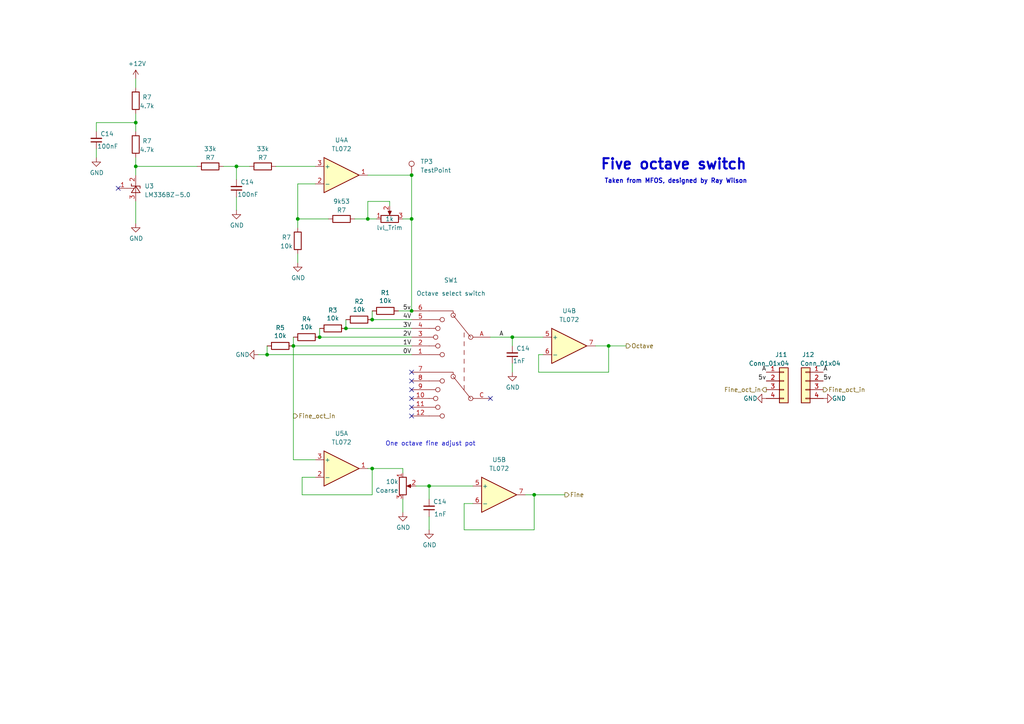
<source format=kicad_sch>
(kicad_sch (version 20230121) (generator eeschema)

  (uuid 475ae8e0-0432-4a0e-bfba-ad2113730b76)

  (paper "A4")

  (lib_symbols
    (symbol "Amplifier_Operational:TL072" (pin_names (offset 0.127)) (in_bom yes) (on_board yes)
      (property "Reference" "U" (at 0 5.08 0)
        (effects (font (size 1.27 1.27)) (justify left))
      )
      (property "Value" "TL072" (at 0 -5.08 0)
        (effects (font (size 1.27 1.27)) (justify left))
      )
      (property "Footprint" "" (at 0 0 0)
        (effects (font (size 1.27 1.27)) hide)
      )
      (property "Datasheet" "http://www.ti.com/lit/ds/symlink/tl071.pdf" (at 0 0 0)
        (effects (font (size 1.27 1.27)) hide)
      )
      (property "ki_locked" "" (at 0 0 0)
        (effects (font (size 1.27 1.27)))
      )
      (property "ki_keywords" "dual opamp" (at 0 0 0)
        (effects (font (size 1.27 1.27)) hide)
      )
      (property "ki_description" "Dual Low-Noise JFET-Input Operational Amplifiers, DIP-8/SOIC-8" (at 0 0 0)
        (effects (font (size 1.27 1.27)) hide)
      )
      (property "ki_fp_filters" "SOIC*3.9x4.9mm*P1.27mm* DIP*W7.62mm* TO*99* OnSemi*Micro8* TSSOP*3x3mm*P0.65mm* TSSOP*4.4x3mm*P0.65mm* MSOP*3x3mm*P0.65mm* SSOP*3.9x4.9mm*P0.635mm* LFCSP*2x2mm*P0.5mm* *SIP* SOIC*5.3x6.2mm*P1.27mm*" (at 0 0 0)
        (effects (font (size 1.27 1.27)) hide)
      )
      (symbol "TL072_1_1"
        (polyline
          (pts
            (xy -5.08 5.08)
            (xy 5.08 0)
            (xy -5.08 -5.08)
            (xy -5.08 5.08)
          )
          (stroke (width 0.254) (type default))
          (fill (type background))
        )
        (pin output line (at 7.62 0 180) (length 2.54)
          (name "~" (effects (font (size 1.27 1.27))))
          (number "1" (effects (font (size 1.27 1.27))))
        )
        (pin input line (at -7.62 -2.54 0) (length 2.54)
          (name "-" (effects (font (size 1.27 1.27))))
          (number "2" (effects (font (size 1.27 1.27))))
        )
        (pin input line (at -7.62 2.54 0) (length 2.54)
          (name "+" (effects (font (size 1.27 1.27))))
          (number "3" (effects (font (size 1.27 1.27))))
        )
      )
      (symbol "TL072_2_1"
        (polyline
          (pts
            (xy -5.08 5.08)
            (xy 5.08 0)
            (xy -5.08 -5.08)
            (xy -5.08 5.08)
          )
          (stroke (width 0.254) (type default))
          (fill (type background))
        )
        (pin input line (at -7.62 2.54 0) (length 2.54)
          (name "+" (effects (font (size 1.27 1.27))))
          (number "5" (effects (font (size 1.27 1.27))))
        )
        (pin input line (at -7.62 -2.54 0) (length 2.54)
          (name "-" (effects (font (size 1.27 1.27))))
          (number "6" (effects (font (size 1.27 1.27))))
        )
        (pin output line (at 7.62 0 180) (length 2.54)
          (name "~" (effects (font (size 1.27 1.27))))
          (number "7" (effects (font (size 1.27 1.27))))
        )
      )
      (symbol "TL072_3_1"
        (pin power_in line (at -2.54 -7.62 90) (length 3.81)
          (name "V-" (effects (font (size 1.27 1.27))))
          (number "4" (effects (font (size 1.27 1.27))))
        )
        (pin power_in line (at -2.54 7.62 270) (length 3.81)
          (name "V+" (effects (font (size 1.27 1.27))))
          (number "8" (effects (font (size 1.27 1.27))))
        )
      )
    )
    (symbol "Connector:TestPoint" (pin_numbers hide) (pin_names (offset 0.762) hide) (in_bom yes) (on_board yes)
      (property "Reference" "TP" (at 0 6.858 0)
        (effects (font (size 1.27 1.27)))
      )
      (property "Value" "TestPoint" (at 0 5.08 0)
        (effects (font (size 1.27 1.27)))
      )
      (property "Footprint" "" (at 5.08 0 0)
        (effects (font (size 1.27 1.27)) hide)
      )
      (property "Datasheet" "~" (at 5.08 0 0)
        (effects (font (size 1.27 1.27)) hide)
      )
      (property "ki_keywords" "test point tp" (at 0 0 0)
        (effects (font (size 1.27 1.27)) hide)
      )
      (property "ki_description" "test point" (at 0 0 0)
        (effects (font (size 1.27 1.27)) hide)
      )
      (property "ki_fp_filters" "Pin* Test*" (at 0 0 0)
        (effects (font (size 1.27 1.27)) hide)
      )
      (symbol "TestPoint_0_1"
        (circle (center 0 3.302) (radius 0.762)
          (stroke (width 0) (type default))
          (fill (type none))
        )
      )
      (symbol "TestPoint_1_1"
        (pin passive line (at 0 0 90) (length 2.54)
          (name "1" (effects (font (size 1.27 1.27))))
          (number "1" (effects (font (size 1.27 1.27))))
        )
      )
    )
    (symbol "Connector_Generic:Conn_01x04" (pin_names (offset 1.016) hide) (in_bom yes) (on_board yes)
      (property "Reference" "J" (at 0 5.08 0)
        (effects (font (size 1.27 1.27)))
      )
      (property "Value" "Conn_01x04" (at 0 -7.62 0)
        (effects (font (size 1.27 1.27)))
      )
      (property "Footprint" "" (at 0 0 0)
        (effects (font (size 1.27 1.27)) hide)
      )
      (property "Datasheet" "~" (at 0 0 0)
        (effects (font (size 1.27 1.27)) hide)
      )
      (property "ki_keywords" "connector" (at 0 0 0)
        (effects (font (size 1.27 1.27)) hide)
      )
      (property "ki_description" "Generic connector, single row, 01x04, script generated (kicad-library-utils/schlib/autogen/connector/)" (at 0 0 0)
        (effects (font (size 1.27 1.27)) hide)
      )
      (property "ki_fp_filters" "Connector*:*_1x??_*" (at 0 0 0)
        (effects (font (size 1.27 1.27)) hide)
      )
      (symbol "Conn_01x04_1_1"
        (rectangle (start -1.27 -4.953) (end 0 -5.207)
          (stroke (width 0.1524) (type default))
          (fill (type none))
        )
        (rectangle (start -1.27 -2.413) (end 0 -2.667)
          (stroke (width 0.1524) (type default))
          (fill (type none))
        )
        (rectangle (start -1.27 0.127) (end 0 -0.127)
          (stroke (width 0.1524) (type default))
          (fill (type none))
        )
        (rectangle (start -1.27 2.667) (end 0 2.413)
          (stroke (width 0.1524) (type default))
          (fill (type none))
        )
        (rectangle (start -1.27 3.81) (end 1.27 -6.35)
          (stroke (width 0.254) (type default))
          (fill (type background))
        )
        (pin passive line (at -5.08 2.54 0) (length 3.81)
          (name "Pin_1" (effects (font (size 1.27 1.27))))
          (number "1" (effects (font (size 1.27 1.27))))
        )
        (pin passive line (at -5.08 0 0) (length 3.81)
          (name "Pin_2" (effects (font (size 1.27 1.27))))
          (number "2" (effects (font (size 1.27 1.27))))
        )
        (pin passive line (at -5.08 -2.54 0) (length 3.81)
          (name "Pin_3" (effects (font (size 1.27 1.27))))
          (number "3" (effects (font (size 1.27 1.27))))
        )
        (pin passive line (at -5.08 -5.08 0) (length 3.81)
          (name "Pin_4" (effects (font (size 1.27 1.27))))
          (number "4" (effects (font (size 1.27 1.27))))
        )
      )
    )
    (symbol "Device:C_Small" (pin_numbers hide) (pin_names (offset 0.254) hide) (in_bom yes) (on_board yes)
      (property "Reference" "C" (at 0.254 1.778 0)
        (effects (font (size 1.27 1.27)) (justify left))
      )
      (property "Value" "C_Small" (at 0.254 -2.032 0)
        (effects (font (size 1.27 1.27)) (justify left))
      )
      (property "Footprint" "" (at 0 0 0)
        (effects (font (size 1.27 1.27)) hide)
      )
      (property "Datasheet" "~" (at 0 0 0)
        (effects (font (size 1.27 1.27)) hide)
      )
      (property "ki_keywords" "capacitor cap" (at 0 0 0)
        (effects (font (size 1.27 1.27)) hide)
      )
      (property "ki_description" "Unpolarized capacitor, small symbol" (at 0 0 0)
        (effects (font (size 1.27 1.27)) hide)
      )
      (property "ki_fp_filters" "C_*" (at 0 0 0)
        (effects (font (size 1.27 1.27)) hide)
      )
      (symbol "C_Small_0_1"
        (polyline
          (pts
            (xy -1.524 -0.508)
            (xy 1.524 -0.508)
          )
          (stroke (width 0.3302) (type default))
          (fill (type none))
        )
        (polyline
          (pts
            (xy -1.524 0.508)
            (xy 1.524 0.508)
          )
          (stroke (width 0.3048) (type default))
          (fill (type none))
        )
      )
      (symbol "C_Small_1_1"
        (pin passive line (at 0 2.54 270) (length 2.032)
          (name "~" (effects (font (size 1.27 1.27))))
          (number "1" (effects (font (size 1.27 1.27))))
        )
        (pin passive line (at 0 -2.54 90) (length 2.032)
          (name "~" (effects (font (size 1.27 1.27))))
          (number "2" (effects (font (size 1.27 1.27))))
        )
      )
    )
    (symbol "Device:R" (pin_numbers hide) (pin_names (offset 0)) (in_bom yes) (on_board yes)
      (property "Reference" "R" (at 2.032 0 90)
        (effects (font (size 1.27 1.27)))
      )
      (property "Value" "R" (at 0 0 90)
        (effects (font (size 1.27 1.27)))
      )
      (property "Footprint" "" (at -1.778 0 90)
        (effects (font (size 1.27 1.27)) hide)
      )
      (property "Datasheet" "~" (at 0 0 0)
        (effects (font (size 1.27 1.27)) hide)
      )
      (property "ki_keywords" "R res resistor" (at 0 0 0)
        (effects (font (size 1.27 1.27)) hide)
      )
      (property "ki_description" "Resistor" (at 0 0 0)
        (effects (font (size 1.27 1.27)) hide)
      )
      (property "ki_fp_filters" "R_*" (at 0 0 0)
        (effects (font (size 1.27 1.27)) hide)
      )
      (symbol "R_0_1"
        (rectangle (start -1.016 -2.54) (end 1.016 2.54)
          (stroke (width 0.254) (type default))
          (fill (type none))
        )
      )
      (symbol "R_1_1"
        (pin passive line (at 0 3.81 270) (length 1.27)
          (name "~" (effects (font (size 1.27 1.27))))
          (number "1" (effects (font (size 1.27 1.27))))
        )
        (pin passive line (at 0 -3.81 90) (length 1.27)
          (name "~" (effects (font (size 1.27 1.27))))
          (number "2" (effects (font (size 1.27 1.27))))
        )
      )
    )
    (symbol "Device:R_POT" (pin_names (offset 1.016) hide) (in_bom yes) (on_board yes)
      (property "Reference" "RV" (at -4.445 0 90)
        (effects (font (size 1.27 1.27)))
      )
      (property "Value" "Device_R_POT" (at -2.54 0 90)
        (effects (font (size 1.27 1.27)))
      )
      (property "Footprint" "" (at 0 0 0)
        (effects (font (size 1.27 1.27)) hide)
      )
      (property "Datasheet" "" (at 0 0 0)
        (effects (font (size 1.27 1.27)) hide)
      )
      (property "ki_fp_filters" "Potentiometer*" (at 0 0 0)
        (effects (font (size 1.27 1.27)) hide)
      )
      (symbol "R_POT_0_1"
        (polyline
          (pts
            (xy 2.54 0)
            (xy 1.524 0)
          )
          (stroke (width 0) (type default))
          (fill (type none))
        )
        (polyline
          (pts
            (xy 1.143 0)
            (xy 2.286 0.508)
            (xy 2.286 -0.508)
            (xy 1.143 0)
          )
          (stroke (width 0) (type default))
          (fill (type outline))
        )
        (rectangle (start 1.016 2.54) (end -1.016 -2.54)
          (stroke (width 0.254) (type default))
          (fill (type none))
        )
      )
      (symbol "R_POT_1_1"
        (pin passive line (at 0 3.81 270) (length 1.27)
          (name "1" (effects (font (size 1.27 1.27))))
          (number "1" (effects (font (size 1.27 1.27))))
        )
        (pin passive line (at 3.81 0 180) (length 1.27)
          (name "2" (effects (font (size 1.27 1.27))))
          (number "2" (effects (font (size 1.27 1.27))))
        )
        (pin passive line (at 0 -3.81 90) (length 1.27)
          (name "3" (effects (font (size 1.27 1.27))))
          (number "3" (effects (font (size 1.27 1.27))))
        )
      )
    )
    (symbol "Reference_Voltage:LM285Z-ADJ" (pin_names (offset 0.0254) hide) (in_bom yes) (on_board yes)
      (property "Reference" "U" (at 1.905 3.81 0)
        (effects (font (size 1.27 1.27)))
      )
      (property "Value" "LM285Z-ADJ" (at 0 -3.175 0)
        (effects (font (size 1.27 1.27)))
      )
      (property "Footprint" "Package_TO_SOT_THT:TO-92_Inline" (at 0 -5.08 0)
        (effects (font (size 1.27 1.27) italic) hide)
      )
      (property "Datasheet" "http://www.ti.com/lit/ds/symlink/lm185-adj.pdf" (at 0 0 0)
        (effects (font (size 1.27 1.27) italic) hide)
      )
      (property "ki_keywords" "diode device voltage reference" (at 0 0 0)
        (effects (font (size 1.27 1.27)) hide)
      )
      (property "ki_description" "Adjustable Micropower Voltage Reference Diodes, TO-92" (at 0 0 0)
        (effects (font (size 1.27 1.27)) hide)
      )
      (property "ki_fp_filters" "TO?92*" (at 0 0 0)
        (effects (font (size 1.27 1.27)) hide)
      )
      (symbol "LM285Z-ADJ_0_1"
        (polyline
          (pts
            (xy 0 2.54)
            (xy 0 0.381)
          )
          (stroke (width 0) (type default))
          (fill (type none))
        )
        (polyline
          (pts
            (xy -1.27 0)
            (xy 0 0)
            (xy 1.27 0)
          )
          (stroke (width 0) (type default))
          (fill (type none))
        )
        (polyline
          (pts
            (xy -1.27 -1.27)
            (xy 0.635 0)
            (xy -1.27 1.27)
            (xy -1.27 -1.27)
          )
          (stroke (width 0.2032) (type default))
          (fill (type none))
        )
        (polyline
          (pts
            (xy 0 -1.27)
            (xy 0.635 -1.27)
            (xy 0.635 1.27)
            (xy 1.27 1.27)
          )
          (stroke (width 0.2032) (type default))
          (fill (type none))
        )
      )
      (symbol "LM285Z-ADJ_1_1"
        (pin input line (at 0 5.08 270) (length 2.54)
          (name "FB" (effects (font (size 1.27 1.27))))
          (number "1" (effects (font (size 1.27 1.27))))
        )
        (pin passive line (at 3.81 0 180) (length 2.54)
          (name "K" (effects (font (size 1.27 1.27))))
          (number "2" (effects (font (size 1.27 1.27))))
        )
        (pin passive line (at -3.81 0 0) (length 2.54)
          (name "A" (effects (font (size 1.27 1.27))))
          (number "3" (effects (font (size 1.27 1.27))))
        )
      )
    )
    (symbol "Switch:SW_Rotary2x6" (pin_names (offset 1.016) hide) (in_bom yes) (on_board yes)
      (property "Reference" "SW1" (at 1.27 24.13 0)
        (effects (font (size 1.27 1.27)))
      )
      (property "Value" "Octave select switch" (at 1.27 20.32 0)
        (effects (font (size 1.27 1.27)))
      )
      (property "Footprint" "Kicad-perso:CK1055" (at -0.127 18.288 0)
        (effects (font (size 1.27 1.27)) hide)
      )
      (property "Datasheet" "https://fr.rs-online.com/web/p/commutateurs-rotatifs/8660278" (at 0.127 18.161 0)
        (effects (font (size 1.27 1.27)) hide)
      )
      (property "manf#" "CK1055" (at 0 0 0)
        (effects (font (size 1.27 1.27)) hide)
      )
      (property "manf" "Lorlin" (at 0 0 0)
        (effects (font (size 1.27 1.27)) hide)
      )
      (property "ki_keywords" "rotary switch" (at 0 0 0)
        (effects (font (size 1.27 1.27)) hide)
      )
      (property "ki_description" "2 rotary switch with 6 positions" (at 0 0 0)
        (effects (font (size 1.27 1.27)) hide)
      )
      (symbol "SW_Rotary2x6_0_0"
        (circle (center -4.445 -10.16) (radius 0.635)
          (stroke (width 0) (type default))
          (fill (type none))
        )
        (circle (center -4.445 7.62) (radius 0.635)
          (stroke (width 0) (type default))
          (fill (type none))
        )
        (polyline
          (pts
            (xy -4.445 -10.16)
            (xy 0.635 -3.81)
          )
          (stroke (width 0) (type default))
          (fill (type none))
        )
        (polyline
          (pts
            (xy -4.445 7.62)
            (xy 0.635 13.97)
          )
          (stroke (width 0) (type default))
          (fill (type none))
        )
        (polyline
          (pts
            (xy -2.54 -7.62)
            (xy -2.54 -6.35)
          )
          (stroke (width 0) (type default))
          (fill (type none))
        )
        (polyline
          (pts
            (xy -2.54 -5.08)
            (xy -2.54 -3.81)
          )
          (stroke (width 0) (type default))
          (fill (type none))
        )
        (polyline
          (pts
            (xy -2.54 -2.54)
            (xy -2.54 -1.27)
          )
          (stroke (width 0) (type default))
          (fill (type none))
        )
        (polyline
          (pts
            (xy -2.54 0)
            (xy -2.54 1.27)
          )
          (stroke (width 0) (type default))
          (fill (type none))
        )
        (polyline
          (pts
            (xy -2.54 2.54)
            (xy -2.54 3.81)
          )
          (stroke (width 0) (type default))
          (fill (type none))
        )
        (polyline
          (pts
            (xy -2.54 5.08)
            (xy -2.54 6.35)
          )
          (stroke (width 0) (type default))
          (fill (type none))
        )
        (polyline
          (pts
            (xy -2.54 7.62)
            (xy -2.54 8.89)
          )
          (stroke (width 0) (type default))
          (fill (type none))
        )
        (polyline
          (pts
            (xy 4.445 -5.08)
            (xy 7.62 -5.08)
          )
          (stroke (width 0) (type default))
          (fill (type none))
        )
        (polyline
          (pts
            (xy 4.445 12.7)
            (xy 7.62 12.7)
          )
          (stroke (width 0) (type default))
          (fill (type none))
        )
        (polyline
          (pts
            (xy 5.715 -12.7)
            (xy 7.62 -12.7)
          )
          (stroke (width 0) (type default))
          (fill (type none))
        )
        (polyline
          (pts
            (xy 5.715 -7.62)
            (xy 7.62 -7.62)
          )
          (stroke (width 0) (type default))
          (fill (type none))
        )
        (polyline
          (pts
            (xy 5.715 5.08)
            (xy 7.62 5.08)
          )
          (stroke (width 0) (type default))
          (fill (type none))
        )
        (polyline
          (pts
            (xy 5.715 10.16)
            (xy 7.62 10.16)
          )
          (stroke (width 0) (type default))
          (fill (type none))
        )
        (polyline
          (pts
            (xy 6.35 -10.16)
            (xy 7.62 -10.16)
          )
          (stroke (width 0) (type default))
          (fill (type none))
        )
        (polyline
          (pts
            (xy 6.35 7.62)
            (xy 7.62 7.62)
          )
          (stroke (width 0) (type default))
          (fill (type none))
        )
        (polyline
          (pts
            (xy 7.62 -15.24)
            (xy 4.445 -15.24)
          )
          (stroke (width 0) (type default))
          (fill (type none))
        )
        (polyline
          (pts
            (xy 7.62 2.54)
            (xy 4.445 2.54)
          )
          (stroke (width 0) (type default))
          (fill (type none))
        )
        (polyline
          (pts
            (xy 0.635 -3.175)
            (xy 0.635 -2.54)
            (xy 7.62 -2.54)
          )
          (stroke (width 0) (type default))
          (fill (type none))
        )
        (polyline
          (pts
            (xy 0.635 14.605)
            (xy 0.635 15.24)
            (xy 7.62 15.24)
          )
          (stroke (width 0) (type default))
          (fill (type none))
        )
        (circle (center 0.635 -3.81) (radius 0.635)
          (stroke (width 0) (type default))
          (fill (type none))
        )
        (circle (center 0.635 13.97) (radius 0.635)
          (stroke (width 0) (type default))
          (fill (type none))
        )
        (circle (center 3.81 -15.24) (radius 0.635)
          (stroke (width 0) (type default))
          (fill (type none))
        )
        (circle (center 3.81 -5.08) (radius 0.635)
          (stroke (width 0) (type default))
          (fill (type none))
        )
        (circle (center 3.81 2.54) (radius 0.635)
          (stroke (width 0) (type default))
          (fill (type none))
        )
        (circle (center 3.81 12.7) (radius 0.635)
          (stroke (width 0) (type default))
          (fill (type none))
        )
        (circle (center 5.08 -12.7) (radius 0.635)
          (stroke (width 0) (type default))
          (fill (type none))
        )
        (circle (center 5.08 -7.62) (radius 0.635)
          (stroke (width 0) (type default))
          (fill (type none))
        )
        (circle (center 5.08 5.08) (radius 0.635)
          (stroke (width 0) (type default))
          (fill (type none))
        )
        (circle (center 5.08 10.16) (radius 0.635)
          (stroke (width 0) (type default))
          (fill (type none))
        )
        (circle (center 5.715 -10.16) (radius 0.635)
          (stroke (width 0) (type default))
          (fill (type none))
        )
        (circle (center 5.715 7.62) (radius 0.635)
          (stroke (width 0) (type default))
          (fill (type none))
        )
      )
      (symbol "SW_Rotary2x6_0_1"
        (pin passive line (at 12.7 2.54 180) (length 5.08)
          (name "1" (effects (font (size 1.27 1.27))))
          (number "1" (effects (font (size 1.27 1.27))))
        )
        (pin passive line (at 12.7 -10.16 180) (length 5.08)
          (name "10" (effects (font (size 1.27 1.27))))
          (number "10" (effects (font (size 1.27 1.27))))
        )
        (pin passive line (at 12.7 -12.7 180) (length 5.08)
          (name "11" (effects (font (size 1.27 1.27))))
          (number "11" (effects (font (size 1.27 1.27))))
        )
        (pin passive line (at 12.7 -15.24 180) (length 5.08)
          (name "12" (effects (font (size 1.27 1.27))))
          (number "12" (effects (font (size 1.27 1.27))))
        )
        (pin passive line (at 12.7 5.08 180) (length 5.08)
          (name "2" (effects (font (size 1.27 1.27))))
          (number "2" (effects (font (size 1.27 1.27))))
        )
        (pin passive line (at 12.7 7.62 180) (length 5.08)
          (name "3" (effects (font (size 1.27 1.27))))
          (number "3" (effects (font (size 1.27 1.27))))
        )
        (pin passive line (at 12.7 10.16 180) (length 5.08)
          (name "4" (effects (font (size 1.27 1.27))))
          (number "4" (effects (font (size 1.27 1.27))))
        )
        (pin passive line (at 12.7 12.7 180) (length 5.08)
          (name "5" (effects (font (size 1.27 1.27))))
          (number "5" (effects (font (size 1.27 1.27))))
        )
        (pin passive line (at 12.7 15.24 180) (length 5.08)
          (name "6" (effects (font (size 1.27 1.27))))
          (number "6" (effects (font (size 1.27 1.27))))
        )
        (pin passive line (at 12.7 -2.54 180) (length 5.08)
          (name "7" (effects (font (size 1.27 1.27))))
          (number "7" (effects (font (size 1.27 1.27))))
        )
        (pin passive line (at 12.7 -5.08 180) (length 5.08)
          (name "8" (effects (font (size 1.27 1.27))))
          (number "8" (effects (font (size 1.27 1.27))))
        )
        (pin passive line (at 12.7 -7.62 180) (length 5.08)
          (name "9" (effects (font (size 1.27 1.27))))
          (number "9" (effects (font (size 1.27 1.27))))
        )
      )
      (symbol "SW_Rotary2x6_1_1"
        (pin passive line (at -10.16 7.62 0) (length 5.08)
          (name "A" (effects (font (size 1.27 1.27))))
          (number "A" (effects (font (size 1.27 1.27))))
        )
        (pin passive line (at -10.16 -10.16 0) (length 5.08)
          (name "C" (effects (font (size 1.27 1.27))))
          (number "C" (effects (font (size 1.27 1.27))))
        )
      )
    )
    (symbol "power:+12V" (power) (pin_names (offset 0)) (in_bom yes) (on_board yes)
      (property "Reference" "#PWR" (at 0 -3.81 0)
        (effects (font (size 1.27 1.27)) hide)
      )
      (property "Value" "+12V" (at 0 3.556 0)
        (effects (font (size 1.27 1.27)))
      )
      (property "Footprint" "" (at 0 0 0)
        (effects (font (size 1.27 1.27)) hide)
      )
      (property "Datasheet" "" (at 0 0 0)
        (effects (font (size 1.27 1.27)) hide)
      )
      (property "ki_keywords" "power-flag" (at 0 0 0)
        (effects (font (size 1.27 1.27)) hide)
      )
      (property "ki_description" "Power symbol creates a global label with name \"+12V\"" (at 0 0 0)
        (effects (font (size 1.27 1.27)) hide)
      )
      (symbol "+12V_0_1"
        (polyline
          (pts
            (xy -0.762 1.27)
            (xy 0 2.54)
          )
          (stroke (width 0) (type default))
          (fill (type none))
        )
        (polyline
          (pts
            (xy 0 0)
            (xy 0 2.54)
          )
          (stroke (width 0) (type default))
          (fill (type none))
        )
        (polyline
          (pts
            (xy 0 2.54)
            (xy 0.762 1.27)
          )
          (stroke (width 0) (type default))
          (fill (type none))
        )
      )
      (symbol "+12V_1_1"
        (pin power_in line (at 0 0 90) (length 0) hide
          (name "+12V" (effects (font (size 1.27 1.27))))
          (number "1" (effects (font (size 1.27 1.27))))
        )
      )
    )
    (symbol "power:GND" (power) (pin_names (offset 0)) (in_bom yes) (on_board yes)
      (property "Reference" "#PWR" (at 0 -6.35 0)
        (effects (font (size 1.27 1.27)) hide)
      )
      (property "Value" "GND" (at 0 -3.81 0)
        (effects (font (size 1.27 1.27)))
      )
      (property "Footprint" "" (at 0 0 0)
        (effects (font (size 1.27 1.27)) hide)
      )
      (property "Datasheet" "" (at 0 0 0)
        (effects (font (size 1.27 1.27)) hide)
      )
      (property "ki_keywords" "power-flag" (at 0 0 0)
        (effects (font (size 1.27 1.27)) hide)
      )
      (property "ki_description" "Power symbol creates a global label with name \"GND\" , ground" (at 0 0 0)
        (effects (font (size 1.27 1.27)) hide)
      )
      (symbol "GND_0_1"
        (polyline
          (pts
            (xy 0 0)
            (xy 0 -1.27)
            (xy 1.27 -1.27)
            (xy 0 -2.54)
            (xy -1.27 -1.27)
            (xy 0 -1.27)
          )
          (stroke (width 0) (type default))
          (fill (type none))
        )
      )
      (symbol "GND_1_1"
        (pin power_in line (at 0 0 270) (length 0) hide
          (name "GND" (effects (font (size 1.27 1.27))))
          (number "1" (effects (font (size 1.27 1.27))))
        )
      )
    )
  )

  (junction (at 119.38 50.8) (diameter 0) (color 0 0 0 0)
    (uuid 02112267-ebfa-45fd-ac83-b046a45079e9)
  )
  (junction (at 92.71 97.79) (diameter 0) (color 0 0 0 0)
    (uuid 0ce42394-629c-497b-9130-0ccf35078ba7)
  )
  (junction (at 39.37 48.26) (diameter 0) (color 0 0 0 0)
    (uuid 16bde5fb-1961-4088-963c-24eb0b6a0a0a)
  )
  (junction (at 106.68 63.5) (diameter 0) (color 0 0 0 0)
    (uuid 183488b0-6507-43ed-9a31-b8664ea4b42d)
  )
  (junction (at 119.38 90.17) (diameter 0) (color 0 0 0 0)
    (uuid 1d356fd9-616f-493b-b9d2-7cb7a1354c9e)
  )
  (junction (at 107.95 92.71) (diameter 0) (color 0 0 0 0)
    (uuid 290ba0b9-9a5b-416d-8af3-61e034963f9f)
  )
  (junction (at 124.46 140.97) (diameter 0) (color 0 0 0 0)
    (uuid 2c940df4-029f-4f2a-9bb9-e9e45d779c0c)
  )
  (junction (at 100.33 95.25) (diameter 0) (color 0 0 0 0)
    (uuid 36bdbcbf-6216-4edd-a3b7-acaa777e7742)
  )
  (junction (at 68.58 48.26) (diameter 0) (color 0 0 0 0)
    (uuid 569f9017-5e2c-45e3-99d6-21f5914d8d76)
  )
  (junction (at 77.47 102.87) (diameter 0) (color 0 0 0 0)
    (uuid 6372cd71-06fe-4c63-b78c-5dedfddc450c)
  )
  (junction (at 176.53 100.33) (diameter 0) (color 0 0 0 0)
    (uuid 78aa8ed4-e94a-42e1-a5ad-c80f53e4a5e2)
  )
  (junction (at 119.38 63.5) (diameter 0) (color 0 0 0 0)
    (uuid 8b03b4dd-7283-455d-8a73-367d43190841)
  )
  (junction (at 85.09 100.33) (diameter 0) (color 0 0 0 0)
    (uuid 988353c7-21b3-4e22-b7d8-b756e541e9b5)
  )
  (junction (at 86.36 63.5) (diameter 0) (color 0 0 0 0)
    (uuid 9900df1f-bfe3-4360-a89b-29009ed21d06)
  )
  (junction (at 154.94 143.51) (diameter 0) (color 0 0 0 0)
    (uuid affda09d-216b-42f1-a00a-f3b3e3bd7d4a)
  )
  (junction (at 148.59 97.79) (diameter 0) (color 0 0 0 0)
    (uuid c5b767b3-5307-4304-936c-a0bca4bfab21)
  )
  (junction (at 39.37 35.56) (diameter 0) (color 0 0 0 0)
    (uuid d21e0b5a-b7d5-416c-8406-e3afbf6e8142)
  )
  (junction (at 107.95 135.89) (diameter 0) (color 0 0 0 0)
    (uuid dfc00de2-41fb-4688-8d69-8789a47e5e18)
  )

  (no_connect (at 119.38 118.11) (uuid 00cd511e-96fb-4c32-8043-73c120eccfe5))
  (no_connect (at 119.38 110.49) (uuid 24988974-afb2-4e0a-b266-1f4e31f090fa))
  (no_connect (at 119.38 115.57) (uuid 38d477ae-9464-4fd3-b2af-b7c5183cf72e))
  (no_connect (at 119.38 107.95) (uuid 55f41100-c53d-45d0-9504-63a60b28abc5))
  (no_connect (at 34.29 54.61) (uuid 5f0fab48-7e83-4fdf-a4c3-033d31481647))
  (no_connect (at 119.38 113.03) (uuid 6826fe06-a786-40c7-9f6a-b8f8c3ed50b9))
  (no_connect (at 119.38 120.65) (uuid 97e9e137-1a1b-4974-80e7-879754aa538c))
  (no_connect (at 142.24 115.57) (uuid b066c7dc-7594-4858-91ef-4650a2b6383d))

  (wire (pts (xy 85.09 133.35) (xy 91.44 133.35))
    (stroke (width 0) (type default))
    (uuid 0369bb69-89c5-478f-862f-c703f3f76b07)
  )
  (wire (pts (xy 27.94 35.56) (xy 39.37 35.56))
    (stroke (width 0) (type default))
    (uuid 09729185-3c6f-4a82-b2e2-4eb35e19743b)
  )
  (wire (pts (xy 39.37 48.26) (xy 39.37 50.8))
    (stroke (width 0) (type default))
    (uuid 0e9ac521-0936-4545-a5ab-7e752d879c30)
  )
  (wire (pts (xy 124.46 144.78) (xy 124.46 140.97))
    (stroke (width 0) (type default))
    (uuid 192e9d3a-037c-4531-803b-be2d2ed73d68)
  )
  (wire (pts (xy 106.68 135.89) (xy 107.95 135.89))
    (stroke (width 0) (type default))
    (uuid 1a1a1eb5-993a-4454-8573-f6d6723cae4d)
  )
  (wire (pts (xy 102.87 63.5) (xy 106.68 63.5))
    (stroke (width 0) (type default))
    (uuid 1ea5672b-d6f6-493f-8b90-5e22601c12f7)
  )
  (wire (pts (xy 68.58 48.26) (xy 68.58 52.07))
    (stroke (width 0) (type default))
    (uuid 1f0efa39-a4ec-49c9-86c6-e1331611bfce)
  )
  (wire (pts (xy 86.36 63.5) (xy 86.36 66.04))
    (stroke (width 0) (type default))
    (uuid 2395cafa-81ae-4a30-8827-b67dfbad7031)
  )
  (wire (pts (xy 119.38 102.87) (xy 77.47 102.87))
    (stroke (width 0) (type default))
    (uuid 269d49f8-9830-408f-93db-79ea20610260)
  )
  (wire (pts (xy 39.37 48.26) (xy 57.15 48.26))
    (stroke (width 0) (type default))
    (uuid 287cbb10-f01d-4d90-99bb-03a8ce84aba3)
  )
  (wire (pts (xy 148.59 107.95) (xy 148.59 105.41))
    (stroke (width 0) (type default))
    (uuid 29fb0a65-0586-4319-8abb-a2d6137b0fa5)
  )
  (wire (pts (xy 39.37 33.02) (xy 39.37 35.56))
    (stroke (width 0) (type default))
    (uuid 2cf11c1f-e9cb-4a7c-9f7f-71988ba4fa95)
  )
  (wire (pts (xy 106.68 50.8) (xy 119.38 50.8))
    (stroke (width 0) (type default))
    (uuid 2d8580bc-092b-41f1-af5d-dc94e74373be)
  )
  (wire (pts (xy 119.38 95.25) (xy 100.33 95.25))
    (stroke (width 0) (type default))
    (uuid 2e557537-c60c-4624-82cd-8a7793099fb0)
  )
  (wire (pts (xy 156.21 107.95) (xy 156.21 102.87))
    (stroke (width 0) (type default))
    (uuid 30bf2cb3-3bd7-41df-9996-bced690ef0eb)
  )
  (wire (pts (xy 68.58 60.96) (xy 68.58 57.15))
    (stroke (width 0) (type default))
    (uuid 30f13499-49a6-4b3c-ac64-dbcbc7e2c18d)
  )
  (wire (pts (xy 119.38 97.79) (xy 92.71 97.79))
    (stroke (width 0) (type default))
    (uuid 32ccc137-4016-408d-901e-75affab878d8)
  )
  (wire (pts (xy 113.03 58.42) (xy 113.03 59.69))
    (stroke (width 0) (type default))
    (uuid 37bfeb0c-dfbe-4d47-8a8e-e016b179af93)
  )
  (wire (pts (xy 68.58 48.26) (xy 72.39 48.26))
    (stroke (width 0) (type default))
    (uuid 3acc3e65-078e-4f30-810a-93c08c90b7bf)
  )
  (wire (pts (xy 106.68 63.5) (xy 106.68 58.42))
    (stroke (width 0) (type default))
    (uuid 3b535462-cd99-4288-aaf6-4df0b74a1906)
  )
  (wire (pts (xy 92.71 95.25) (xy 92.71 97.79))
    (stroke (width 0) (type default))
    (uuid 4b8a6e9f-604d-4ec7-b8de-a35566792e21)
  )
  (wire (pts (xy 77.47 102.87) (xy 77.47 100.33))
    (stroke (width 0) (type default))
    (uuid 4c65ddaf-58b2-4076-81f1-664b85910fab)
  )
  (wire (pts (xy 119.38 50.8) (xy 119.38 63.5))
    (stroke (width 0) (type default))
    (uuid 52703ac9-8523-4bfc-8677-6e6c1d7e01e8)
  )
  (wire (pts (xy 154.94 153.67) (xy 154.94 143.51))
    (stroke (width 0) (type default))
    (uuid 5274817e-7c35-446a-b9ef-6383fd3bc566)
  )
  (wire (pts (xy 116.84 63.5) (xy 119.38 63.5))
    (stroke (width 0) (type default))
    (uuid 52c6b71a-fec9-4038-97d5-52181b289cd4)
  )
  (wire (pts (xy 86.36 76.2) (xy 86.36 73.66))
    (stroke (width 0) (type default))
    (uuid 53da3c46-5621-4b1b-9f0e-58c4f421f8ae)
  )
  (wire (pts (xy 119.38 90.17) (xy 115.57 90.17))
    (stroke (width 0) (type default))
    (uuid 5b54315d-f046-4c90-9e05-976c88add5a5)
  )
  (wire (pts (xy 106.68 63.5) (xy 109.22 63.5))
    (stroke (width 0) (type default))
    (uuid 6423adb8-2934-4995-b345-83e358de511d)
  )
  (wire (pts (xy 85.09 97.79) (xy 85.09 100.33))
    (stroke (width 0) (type default))
    (uuid 656d0e3d-ebc2-4826-b2c5-04aeffc6fdbf)
  )
  (wire (pts (xy 91.44 53.34) (xy 86.36 53.34))
    (stroke (width 0) (type default))
    (uuid 687d3990-8328-4ae5-97dd-e9c33ce07d4a)
  )
  (wire (pts (xy 39.37 25.4) (xy 39.37 22.86))
    (stroke (width 0) (type default))
    (uuid 7309c833-f842-46f0-baaa-c1d734053434)
  )
  (wire (pts (xy 142.24 97.79) (xy 148.59 97.79))
    (stroke (width 0) (type default))
    (uuid 7bc9140e-7e49-4991-acf5-72376a2b6037)
  )
  (wire (pts (xy 172.72 100.33) (xy 176.53 100.33))
    (stroke (width 0) (type default))
    (uuid 7d9d23a7-f1d2-47ba-a781-5217917c203f)
  )
  (wire (pts (xy 134.62 153.67) (xy 154.94 153.67))
    (stroke (width 0) (type default))
    (uuid 7dbdaf51-5b65-4ffa-9ba7-9cf314a72f4c)
  )
  (wire (pts (xy 116.84 137.16) (xy 116.84 135.89))
    (stroke (width 0) (type default))
    (uuid 8036e591-9c53-4745-a9c4-90bb77e9f359)
  )
  (wire (pts (xy 64.77 48.26) (xy 68.58 48.26))
    (stroke (width 0) (type default))
    (uuid 82ca30ff-e3ae-4faa-a9c3-147e3e1ee6c5)
  )
  (wire (pts (xy 154.94 143.51) (xy 163.83 143.51))
    (stroke (width 0) (type default))
    (uuid 84d4cf0e-ec03-407e-aad5-b612304c714a)
  )
  (wire (pts (xy 77.47 102.87) (xy 74.93 102.87))
    (stroke (width 0) (type default))
    (uuid 8521a315-dafa-4835-a05d-b5b120aacf05)
  )
  (wire (pts (xy 176.53 107.95) (xy 156.21 107.95))
    (stroke (width 0) (type default))
    (uuid 85fda546-863d-4c06-99a9-16a2a8ac38d1)
  )
  (wire (pts (xy 124.46 153.67) (xy 124.46 149.86))
    (stroke (width 0) (type default))
    (uuid 8e3b9b8a-d5ba-4968-bfae-458fcaed8e94)
  )
  (wire (pts (xy 107.95 135.89) (xy 107.95 143.51))
    (stroke (width 0) (type default))
    (uuid 9305fba4-34b5-4983-a03f-a74e3f06ae5a)
  )
  (wire (pts (xy 106.68 58.42) (xy 113.03 58.42))
    (stroke (width 0) (type default))
    (uuid 95775cf0-69e8-46c5-b137-33c392efb7b1)
  )
  (wire (pts (xy 87.63 143.51) (xy 87.63 138.43))
    (stroke (width 0) (type default))
    (uuid 99425110-8f3a-4041-bf10-e646c5a5ea41)
  )
  (wire (pts (xy 176.53 100.33) (xy 181.61 100.33))
    (stroke (width 0) (type default))
    (uuid 9aa31f4b-07d9-434f-9a2b-0ab80393f01a)
  )
  (wire (pts (xy 107.95 90.17) (xy 107.95 92.71))
    (stroke (width 0) (type default))
    (uuid 9af9588e-af00-4e17-baa6-aa0dd0cee8d6)
  )
  (wire (pts (xy 39.37 45.72) (xy 39.37 48.26))
    (stroke (width 0) (type default))
    (uuid 9bcd622a-38dd-4246-a5b5-1f84abe14dd1)
  )
  (wire (pts (xy 124.46 140.97) (xy 120.65 140.97))
    (stroke (width 0) (type default))
    (uuid 9daa06af-599b-420e-ac8e-4f4fe1ad90a3)
  )
  (wire (pts (xy 148.59 97.79) (xy 157.48 97.79))
    (stroke (width 0) (type default))
    (uuid a1f48458-8fee-4fd4-ac2f-f662dccae820)
  )
  (wire (pts (xy 39.37 64.77) (xy 39.37 58.42))
    (stroke (width 0) (type default))
    (uuid accc5588-86c3-48f9-9550-37e9547560dd)
  )
  (wire (pts (xy 119.38 63.5) (xy 119.38 90.17))
    (stroke (width 0) (type default))
    (uuid aeb459d5-5031-4b97-b206-5bc74e9b1509)
  )
  (wire (pts (xy 134.62 146.05) (xy 134.62 153.67))
    (stroke (width 0) (type default))
    (uuid af7030cd-e318-480d-a7f5-756a88e793e3)
  )
  (wire (pts (xy 100.33 92.71) (xy 100.33 95.25))
    (stroke (width 0) (type default))
    (uuid af959153-c611-414e-922f-80fe482d1b30)
  )
  (wire (pts (xy 148.59 100.33) (xy 148.59 97.79))
    (stroke (width 0) (type default))
    (uuid bb402aec-9b19-4285-995f-2c70edc80603)
  )
  (wire (pts (xy 156.21 102.87) (xy 157.48 102.87))
    (stroke (width 0) (type default))
    (uuid bbaa78b1-9e0a-45a1-8179-678a9c720a7b)
  )
  (wire (pts (xy 154.94 143.51) (xy 152.4 143.51))
    (stroke (width 0) (type default))
    (uuid c14463e4-d66b-461a-a1e4-b0a5d2429f85)
  )
  (wire (pts (xy 86.36 53.34) (xy 86.36 63.5))
    (stroke (width 0) (type default))
    (uuid c1b9c933-5d97-4980-b9f3-3c01a6489051)
  )
  (wire (pts (xy 116.84 135.89) (xy 107.95 135.89))
    (stroke (width 0) (type default))
    (uuid c406c582-83c4-420f-a937-50a4a9798aa3)
  )
  (wire (pts (xy 27.94 45.72) (xy 27.94 43.18))
    (stroke (width 0) (type default))
    (uuid c5254246-3f1a-47ee-a9af-2115f34bc420)
  )
  (wire (pts (xy 137.16 146.05) (xy 134.62 146.05))
    (stroke (width 0) (type default))
    (uuid c9b31002-aa22-4614-a9f2-3110453ff52a)
  )
  (wire (pts (xy 39.37 35.56) (xy 39.37 38.1))
    (stroke (width 0) (type default))
    (uuid cadc4e4b-9b5b-4998-8544-8f8e91454312)
  )
  (wire (pts (xy 86.36 63.5) (xy 95.25 63.5))
    (stroke (width 0) (type default))
    (uuid d0a9c887-d394-4394-86ca-4b0f191aa23a)
  )
  (wire (pts (xy 87.63 138.43) (xy 91.44 138.43))
    (stroke (width 0) (type default))
    (uuid d2ce0a48-c4d1-45a0-a9e6-33e2b50aa93b)
  )
  (wire (pts (xy 176.53 100.33) (xy 176.53 107.95))
    (stroke (width 0) (type default))
    (uuid dab06c81-463d-4d11-9c87-1772ea9efaf8)
  )
  (wire (pts (xy 27.94 38.1) (xy 27.94 35.56))
    (stroke (width 0) (type default))
    (uuid dc2ba084-07e6-457d-8a79-385a915e6a3d)
  )
  (wire (pts (xy 80.01 48.26) (xy 91.44 48.26))
    (stroke (width 0) (type default))
    (uuid e48fcb29-c769-497c-b0c1-73327c864260)
  )
  (wire (pts (xy 119.38 100.33) (xy 85.09 100.33))
    (stroke (width 0) (type default))
    (uuid e6ae4884-d396-4f17-80a7-bbfa5c0484ae)
  )
  (wire (pts (xy 85.09 100.33) (xy 85.09 133.35))
    (stroke (width 0) (type default))
    (uuid e94056a1-738f-4019-ad5c-5d4fb41ddece)
  )
  (wire (pts (xy 107.95 143.51) (xy 87.63 143.51))
    (stroke (width 0) (type default))
    (uuid ed6161f3-c8ae-4971-a65f-4bb3cf088fec)
  )
  (wire (pts (xy 116.84 148.59) (xy 116.84 144.78))
    (stroke (width 0) (type default))
    (uuid f25e6c6e-0e1f-4b50-a41f-6c817fb901e4)
  )
  (wire (pts (xy 124.46 140.97) (xy 137.16 140.97))
    (stroke (width 0) (type default))
    (uuid f5222af0-5231-421f-ac9a-d22f4bc23ba5)
  )
  (wire (pts (xy 119.38 92.71) (xy 107.95 92.71))
    (stroke (width 0) (type default))
    (uuid f9e3f609-2a7a-4c66-a5e9-97de3f17a89b)
  )

  (text "Five octave switch" (at 173.99 49.53 0)
    (effects (font (size 3 3) (thickness 0.6) bold) (justify left bottom))
    (uuid 1dbc4a6d-8093-40f8-992d-4e53baa949d5)
  )
  (text "Taken from MFOS, designed by Ray Wilson" (at 175.26 53.34 0)
    (effects (font (size 1.27 1.27) bold) (justify left bottom))
    (uuid 28f87a4a-444d-445a-8159-66ba26328abe)
  )
  (text "One octave fine adjust pot" (at 111.76 129.54 0)
    (effects (font (size 1.27 1.27)) (justify left bottom))
    (uuid 4e59d4d9-5f95-418c-abeb-d346f3c5312a)
  )

  (label "5v" (at 238.76 110.49 0) (fields_autoplaced)
    (effects (font (size 1.27 1.27)) (justify left bottom))
    (uuid 024dc9a7-ae68-41de-a985-6ed7c134ef7d)
  )
  (label "4V" (at 116.84 92.71 0) (fields_autoplaced)
    (effects (font (size 1.27 1.27)) (justify left bottom))
    (uuid 168067e3-034d-4bc8-a50b-1d470eb36a22)
  )
  (label "5v" (at 222.25 110.49 180) (fields_autoplaced)
    (effects (font (size 1.27 1.27)) (justify right bottom))
    (uuid 284f0ca3-4097-4d6a-ba83-450a3e185ff1)
  )
  (label "A" (at 238.76 107.95 0) (fields_autoplaced)
    (effects (font (size 1.27 1.27)) (justify left bottom))
    (uuid 3e81d625-3600-4d59-a977-512d578875f9)
  )
  (label "A" (at 144.78 97.79 0) (fields_autoplaced)
    (effects (font (size 1.27 1.27)) (justify left bottom))
    (uuid 5f49993b-a618-4457-baca-2f0fa2b07a1b)
  )
  (label "5v" (at 116.84 90.17 0) (fields_autoplaced)
    (effects (font (size 1.27 1.27)) (justify left bottom))
    (uuid 65af24b5-106f-45bf-87d9-69be410d2f20)
  )
  (label "0V" (at 116.84 102.87 0) (fields_autoplaced)
    (effects (font (size 1.27 1.27)) (justify left bottom))
    (uuid 919d602d-ddf7-4d4e-a6e4-042bf5759f31)
  )
  (label "A" (at 222.25 107.95 180) (fields_autoplaced)
    (effects (font (size 1.27 1.27)) (justify right bottom))
    (uuid 92ce2e65-05a3-40c6-bb07-940131258209)
  )
  (label "2V" (at 116.84 97.79 0) (fields_autoplaced)
    (effects (font (size 1.27 1.27)) (justify left bottom))
    (uuid c1910593-e876-4748-bb5b-8abccc81f72d)
  )
  (label "3V" (at 116.84 95.25 0) (fields_autoplaced)
    (effects (font (size 1.27 1.27)) (justify left bottom))
    (uuid e3a8f989-8976-4b8e-807e-b77b67c0cb05)
  )
  (label "1V" (at 116.84 100.33 0) (fields_autoplaced)
    (effects (font (size 1.27 1.27)) (justify left bottom))
    (uuid f653bce8-b5a2-4a75-9f0f-26be1de184fe)
  )

  (hierarchical_label "Fine_oct_in" (shape output) (at 85.09 120.65 0) (fields_autoplaced)
    (effects (font (size 1.27 1.27)) (justify left))
    (uuid 0e7ab4d4-69e1-4c42-b4ff-0ea9db49b5de)
  )
  (hierarchical_label "Fine_oct_in" (shape output) (at 238.76 113.03 0) (fields_autoplaced)
    (effects (font (size 1.27 1.27)) (justify left))
    (uuid ad9ba8fa-a1dc-4a90-8438-d8ca6058eb3a)
  )
  (hierarchical_label "Fine" (shape output) (at 163.83 143.51 0) (fields_autoplaced)
    (effects (font (size 1.27 1.27)) (justify left))
    (uuid add8d5c1-8cbe-454d-a874-038f6cbe3058)
  )
  (hierarchical_label "Octave" (shape output) (at 181.61 100.33 0) (fields_autoplaced)
    (effects (font (size 1.27 1.27)) (justify left))
    (uuid d97a0f5d-2075-49b2-be3a-0da66c9c5649)
  )
  (hierarchical_label "Fine_oct_in" (shape output) (at 222.25 113.03 180) (fields_autoplaced)
    (effects (font (size 1.27 1.27)) (justify right))
    (uuid ddb7d65a-873d-47cc-9335-9e3b49c0f679)
  )

  (symbol (lib_id "Device:R") (at 99.06 63.5 270) (unit 1)
    (in_bom yes) (on_board yes) (dnp no)
    (uuid 1140600d-788a-479a-b779-03b2d86a59dd)
    (property "Reference" "R7" (at 99.06 60.96 90)
      (effects (font (size 1.27 1.27)))
    )
    (property "Value" "9k53" (at 99.06 58.42 90)
      (effects (font (size 1.27 1.27)))
    )
    (property "Footprint" "Resistor_THT:R_Axial_DIN0207_L6.3mm_D2.5mm_P10.16mm_Horizontal" (at 99.06 61.722 90)
      (effects (font (size 1.27 1.27)) hide)
    )
    (property "Datasheet" "~" (at 99.06 63.5 0)
      (effects (font (size 1.27 1.27)) hide)
    )
    (pin "1" (uuid 6057bd55-088d-4ccd-a78b-ef5f5cd9b51d))
    (pin "2" (uuid 9d1c4afd-9537-47f8-9b70-11376ed73f6d))
    (instances
      (project "CD40106_VCO"
        (path "/fea7c5d1-76d6-41a0-b5e3-29889dbb8ce0"
          (reference "R7") (unit 1)
        )
        (path "/fea7c5d1-76d6-41a0-b5e3-29889dbb8ce0/81e6b2af-0e05-441b-92d5-5b2db5d1019d"
          (reference "R24") (unit 1)
        )
      )
    )
  )

  (symbol (lib_id "Connector_Generic:Conn_01x04") (at 227.33 110.49 0) (unit 1)
    (in_bom yes) (on_board yes) (dnp no)
    (uuid 15f04802-99c2-4b31-8035-55a1e7aa27df)
    (property "Reference" "J11" (at 224.79 102.87 0)
      (effects (font (size 1.27 1.27)) (justify left))
    )
    (property "Value" "Conn_01x04" (at 217.17 105.41 0)
      (effects (font (size 1.27 1.27)) (justify left))
    )
    (property "Footprint" "Connector_PinHeader_2.54mm:PinHeader_1x04_P2.54mm_Vertical" (at 227.33 110.49 0)
      (effects (font (size 1.27 1.27)) hide)
    )
    (property "Datasheet" "~" (at 227.33 110.49 0)
      (effects (font (size 1.27 1.27)) hide)
    )
    (pin "1" (uuid f4909f05-2593-4490-8ec1-5d0c0a81080d))
    (pin "2" (uuid 37cb6e39-a2c3-4fcb-ba2e-72ad9e167d03))
    (pin "3" (uuid 7251b8c5-56bb-48eb-b45b-47c53531feb0))
    (pin "4" (uuid 0b593e03-5299-4baa-aa7b-8a45a8e90921))
    (instances
      (project "CD40106_VCO"
        (path "/fea7c5d1-76d6-41a0-b5e3-29889dbb8ce0/81e6b2af-0e05-441b-92d5-5b2db5d1019d"
          (reference "J11") (unit 1)
        )
      )
    )
  )

  (symbol (lib_id "Amplifier_Operational:TL072") (at 99.06 135.89 0) (unit 1)
    (in_bom yes) (on_board yes) (dnp no) (fields_autoplaced)
    (uuid 1f899360-1c78-48fd-bfb1-f937a45baecf)
    (property "Reference" "U5" (at 99.06 125.73 0)
      (effects (font (size 1.27 1.27)))
    )
    (property "Value" "TL072" (at 99.06 128.27 0)
      (effects (font (size 1.27 1.27)))
    )
    (property "Footprint" "Package_DIP:DIP-8_W7.62mm_Socket" (at 99.06 135.89 0)
      (effects (font (size 1.27 1.27)) hide)
    )
    (property "Datasheet" "http://www.ti.com/lit/ds/symlink/tl071.pdf" (at 99.06 135.89 0)
      (effects (font (size 1.27 1.27)) hide)
    )
    (pin "1" (uuid 38f34623-91f3-4b1f-b8b2-d1625e0e5aed))
    (pin "2" (uuid ba537e3a-31ab-464d-9b82-f9c61b1da45c))
    (pin "3" (uuid 30cd97bf-7a00-4b1e-a410-68266cdc8b0f))
    (pin "5" (uuid 25e30066-b93d-43c3-afed-6dab3abfc9aa))
    (pin "6" (uuid 9ccc9cb7-84f1-4597-805c-b8a3250078ca))
    (pin "7" (uuid 29f6f044-d7c0-44d1-a270-f2d820aff7b2))
    (pin "4" (uuid b44c0d9e-81fb-4d2d-8708-2e6b5fee4bf1))
    (pin "8" (uuid af202caf-4f83-4195-9048-0ab300913eaa))
    (instances
      (project "CD40106_VCO"
        (path "/fea7c5d1-76d6-41a0-b5e3-29889dbb8ce0/81e6b2af-0e05-441b-92d5-5b2db5d1019d"
          (reference "U5") (unit 1)
        )
      )
    )
  )

  (symbol (lib_id "power:GND") (at 222.25 115.57 270) (mirror x) (unit 1)
    (in_bom yes) (on_board yes) (dnp no)
    (uuid 220fdc22-4cb7-4ca5-850e-ccf81b425df4)
    (property "Reference" "#PWR05" (at 215.9 115.57 0)
      (effects (font (size 1.27 1.27)) hide)
    )
    (property "Value" "GND" (at 219.71 115.57 90)
      (effects (font (size 1.27 1.27)) (justify right))
    )
    (property "Footprint" "" (at 222.25 115.57 0)
      (effects (font (size 1.27 1.27)) hide)
    )
    (property "Datasheet" "" (at 222.25 115.57 0)
      (effects (font (size 1.27 1.27)) hide)
    )
    (pin "1" (uuid de459087-6eef-421e-8c26-c2e4dae95f36))
    (instances
      (project "Trigger Sequencer"
        (path "/e63e39d7-6ac0-4ffd-8aa3-1841a4541b55"
          (reference "#PWR05") (unit 1)
        )
      )
      (project "CD40106_VCO"
        (path "/fea7c5d1-76d6-41a0-b5e3-29889dbb8ce0/81e6b2af-0e05-441b-92d5-5b2db5d1019d"
          (reference "#PWR041") (unit 1)
        )
      )
    )
  )

  (symbol (lib_id "power:GND") (at 74.93 102.87 270) (mirror x) (unit 1)
    (in_bom yes) (on_board yes) (dnp no)
    (uuid 28171bca-02ea-427c-a19d-04787fc7aa8a)
    (property "Reference" "#PWR05" (at 68.58 102.87 0)
      (effects (font (size 1.27 1.27)) hide)
    )
    (property "Value" "GND" (at 72.39 102.87 90)
      (effects (font (size 1.27 1.27)) (justify right))
    )
    (property "Footprint" "" (at 74.93 102.87 0)
      (effects (font (size 1.27 1.27)) hide)
    )
    (property "Datasheet" "" (at 74.93 102.87 0)
      (effects (font (size 1.27 1.27)) hide)
    )
    (pin "1" (uuid 7b2eaea2-a8b0-4d22-840b-7c455b166f8f))
    (instances
      (project "Trigger Sequencer"
        (path "/e63e39d7-6ac0-4ffd-8aa3-1841a4541b55"
          (reference "#PWR05") (unit 1)
        )
      )
      (project "CD40106_VCO"
        (path "/fea7c5d1-76d6-41a0-b5e3-29889dbb8ce0/81e6b2af-0e05-441b-92d5-5b2db5d1019d"
          (reference "#PWR036") (unit 1)
        )
      )
    )
  )

  (symbol (lib_id "Device:R") (at 39.37 41.91 0) (unit 1)
    (in_bom yes) (on_board yes) (dnp no)
    (uuid 3078f08a-7795-43a9-94ff-2c57db7fc5fa)
    (property "Reference" "R7" (at 42.6478 40.9008 0)
      (effects (font (size 1.27 1.27)))
    )
    (property "Value" "4.7k" (at 42.6478 43.4408 0)
      (effects (font (size 1.27 1.27)))
    )
    (property "Footprint" "Resistor_THT:R_Axial_DIN0207_L6.3mm_D2.5mm_P10.16mm_Horizontal" (at 37.592 41.91 90)
      (effects (font (size 1.27 1.27)) hide)
    )
    (property "Datasheet" "~" (at 39.37 41.91 0)
      (effects (font (size 1.27 1.27)) hide)
    )
    (pin "1" (uuid 860287fb-6a9c-4c2e-bb09-e963a0d214bf))
    (pin "2" (uuid f3a2219c-df13-42ec-9741-7dc4d6d422e8))
    (instances
      (project "CD40106_VCO"
        (path "/fea7c5d1-76d6-41a0-b5e3-29889dbb8ce0"
          (reference "R7") (unit 1)
        )
        (path "/fea7c5d1-76d6-41a0-b5e3-29889dbb8ce0/81e6b2af-0e05-441b-92d5-5b2db5d1019d"
          (reference "R17") (unit 1)
        )
      )
    )
  )

  (symbol (lib_id "power:GND") (at 116.84 148.59 0) (unit 1)
    (in_bom yes) (on_board yes) (dnp no)
    (uuid 3ed142d3-d50e-430a-a797-530d4cb385fc)
    (property "Reference" "#PWR037" (at 116.84 154.94 0)
      (effects (font (size 1.27 1.27)) hide)
    )
    (property "Value" "GND" (at 116.967 152.9842 0)
      (effects (font (size 1.27 1.27)))
    )
    (property "Footprint" "" (at 116.84 148.59 0)
      (effects (font (size 1.27 1.27)) hide)
    )
    (property "Datasheet" "" (at 116.84 148.59 0)
      (effects (font (size 1.27 1.27)) hide)
    )
    (pin "1" (uuid 3dfa9fe7-cdb9-45e8-8bb6-e61ccc90a125))
    (instances
      (project "CD40106_VCO"
        (path "/fea7c5d1-76d6-41a0-b5e3-29889dbb8ce0/9c69c853-342d-4663-b733-f98569aee5a3"
          (reference "#PWR037") (unit 1)
        )
        (path "/fea7c5d1-76d6-41a0-b5e3-29889dbb8ce0/81e6b2af-0e05-441b-92d5-5b2db5d1019d"
          (reference "#PWR038") (unit 1)
        )
      )
    )
  )

  (symbol (lib_id "Device:R") (at 76.2 48.26 270) (unit 1)
    (in_bom yes) (on_board yes) (dnp no)
    (uuid 54800b37-4522-4690-bcbb-a8538af03651)
    (property "Reference" "R7" (at 76.2 45.72 90)
      (effects (font (size 1.27 1.27)))
    )
    (property "Value" "33k" (at 76.2 43.18 90)
      (effects (font (size 1.27 1.27)))
    )
    (property "Footprint" "Resistor_THT:R_Axial_DIN0207_L6.3mm_D2.5mm_P10.16mm_Horizontal" (at 76.2 46.482 90)
      (effects (font (size 1.27 1.27)) hide)
    )
    (property "Datasheet" "~" (at 76.2 48.26 0)
      (effects (font (size 1.27 1.27)) hide)
    )
    (pin "1" (uuid ddedef49-b4f9-4595-84bd-74be2a213658))
    (pin "2" (uuid 22019b50-f693-4c8b-a9ce-69f3f1f20dea))
    (instances
      (project "CD40106_VCO"
        (path "/fea7c5d1-76d6-41a0-b5e3-29889dbb8ce0"
          (reference "R7") (unit 1)
        )
        (path "/fea7c5d1-76d6-41a0-b5e3-29889dbb8ce0/81e6b2af-0e05-441b-92d5-5b2db5d1019d"
          (reference "R19") (unit 1)
        )
      )
    )
  )

  (symbol (lib_id "Device:R") (at 111.76 90.17 270) (mirror x) (unit 1)
    (in_bom yes) (on_board yes) (dnp no)
    (uuid 58edd702-afce-47e9-bfee-26dc8c53fdae)
    (property "Reference" "R1" (at 111.76 84.9122 90)
      (effects (font (size 1.27 1.27)))
    )
    (property "Value" "10k" (at 111.76 87.2236 90)
      (effects (font (size 1.27 1.27)))
    )
    (property "Footprint" "Resistor_THT:R_Axial_DIN0207_L6.3mm_D2.5mm_P10.16mm_Horizontal" (at 111.76 91.948 90)
      (effects (font (size 1.27 1.27)) hide)
    )
    (property "Datasheet" "~" (at 111.76 90.17 0)
      (effects (font (size 1.27 1.27)) hide)
    )
    (pin "1" (uuid 86f93302-803d-47a9-9d79-096dc824893f))
    (pin "2" (uuid 0a1ae6d1-67ed-43ac-8bf3-38d1648877fe))
    (instances
      (project "Trigger Sequencer"
        (path "/e63e39d7-6ac0-4ffd-8aa3-1841a4541b55"
          (reference "R1") (unit 1)
        )
      )
      (project "CD40106_VCO"
        (path "/fea7c5d1-76d6-41a0-b5e3-29889dbb8ce0/81e6b2af-0e05-441b-92d5-5b2db5d1019d"
          (reference "R26") (unit 1)
        )
      )
    )
  )

  (symbol (lib_id "power:+12V") (at 39.37 22.86 0) (unit 1)
    (in_bom yes) (on_board yes) (dnp no)
    (uuid 5c535edc-8537-4e12-bdd7-aea37eefd923)
    (property "Reference" "#PWR035" (at 39.37 26.67 0)
      (effects (font (size 1.27 1.27)) hide)
    )
    (property "Value" "+12V" (at 39.751 18.4658 0)
      (effects (font (size 1.27 1.27)))
    )
    (property "Footprint" "" (at 39.37 22.86 0)
      (effects (font (size 1.27 1.27)) hide)
    )
    (property "Datasheet" "" (at 39.37 22.86 0)
      (effects (font (size 1.27 1.27)) hide)
    )
    (pin "1" (uuid 36b25ee6-8c58-494e-9339-33cb20a22706))
    (instances
      (project "CD40106_VCO"
        (path "/fea7c5d1-76d6-41a0-b5e3-29889dbb8ce0/9c69c853-342d-4663-b733-f98569aee5a3"
          (reference "#PWR035") (unit 1)
        )
        (path "/fea7c5d1-76d6-41a0-b5e3-29889dbb8ce0/81e6b2af-0e05-441b-92d5-5b2db5d1019d"
          (reference "#PWR033") (unit 1)
        )
      )
    )
  )

  (symbol (lib_id "Amplifier_Operational:TL072") (at 99.06 50.8 0) (unit 1)
    (in_bom yes) (on_board yes) (dnp no) (fields_autoplaced)
    (uuid 6079a248-5101-4131-a876-2506a3cb32c8)
    (property "Reference" "U4" (at 99.06 40.64 0)
      (effects (font (size 1.27 1.27)))
    )
    (property "Value" "TL072" (at 99.06 43.18 0)
      (effects (font (size 1.27 1.27)))
    )
    (property "Footprint" "Package_DIP:DIP-8_W7.62mm_Socket" (at 99.06 50.8 0)
      (effects (font (size 1.27 1.27)) hide)
    )
    (property "Datasheet" "http://www.ti.com/lit/ds/symlink/tl071.pdf" (at 99.06 50.8 0)
      (effects (font (size 1.27 1.27)) hide)
    )
    (pin "1" (uuid 8748c209-8b85-4afb-a519-1b246d00ca8f))
    (pin "2" (uuid 67ffbec0-fabd-4a3c-bc4e-907a08f50f27))
    (pin "3" (uuid 012778b7-78b4-415c-9209-f3117ad234ca))
    (pin "5" (uuid 25e30066-b93d-43c3-afed-6dab3abfc9ab))
    (pin "6" (uuid 9ccc9cb7-84f1-4597-805c-b8a3250078cb))
    (pin "7" (uuid 29f6f044-d7c0-44d1-a270-f2d820aff7b3))
    (pin "4" (uuid b44c0d9e-81fb-4d2d-8708-2e6b5fee4bf2))
    (pin "8" (uuid af202caf-4f83-4195-9048-0ab300913eab))
    (instances
      (project "CD40106_VCO"
        (path "/fea7c5d1-76d6-41a0-b5e3-29889dbb8ce0/81e6b2af-0e05-441b-92d5-5b2db5d1019d"
          (reference "U4") (unit 1)
        )
      )
    )
  )

  (symbol (lib_id "Device:R_POT") (at 116.84 140.97 0) (unit 1)
    (in_bom yes) (on_board yes) (dnp no)
    (uuid 6e75b8b7-ab3c-401f-b277-7043e8e282c6)
    (property "Reference" "Coarse" (at 115.57 142.24 0)
      (effects (font (size 1.27 1.27)) (justify right))
    )
    (property "Value" "10k" (at 115.57 139.7 0)
      (effects (font (size 1.27 1.27)) (justify right))
    )
    (property "Footprint" "Kicad-perso:Pot-bourns-alpha" (at 116.84 140.97 0)
      (effects (font (size 1.27 1.27)) hide)
    )
    (property "Datasheet" "~" (at 116.84 140.97 0)
      (effects (font (size 1.27 1.27)) hide)
    )
    (pin "1" (uuid 8c2d3d70-97da-41e8-8735-2a0421746ac5))
    (pin "2" (uuid 89c9931c-d32c-4a30-a7cf-07f518c3e2a0))
    (pin "3" (uuid 4bf4e4dd-4b0a-47b0-9da4-e85164a98ed3))
    (instances
      (project "CD40106_VCO"
        (path "/fea7c5d1-76d6-41a0-b5e3-29889dbb8ce0"
          (reference "Coarse") (unit 1)
        )
        (path "/fea7c5d1-76d6-41a0-b5e3-29889dbb8ce0/81e6b2af-0e05-441b-92d5-5b2db5d1019d"
          (reference "Fine1") (unit 1)
        )
      )
    )
  )

  (symbol (lib_id "Device:R") (at 39.37 29.21 0) (unit 1)
    (in_bom yes) (on_board yes) (dnp no)
    (uuid 741c230d-19a9-4f12-96a7-2d50b0e49364)
    (property "Reference" "R7" (at 42.6478 28.2008 0)
      (effects (font (size 1.27 1.27)))
    )
    (property "Value" "4.7k" (at 42.6478 30.7408 0)
      (effects (font (size 1.27 1.27)))
    )
    (property "Footprint" "Resistor_THT:R_Axial_DIN0207_L6.3mm_D2.5mm_P10.16mm_Horizontal" (at 37.592 29.21 90)
      (effects (font (size 1.27 1.27)) hide)
    )
    (property "Datasheet" "~" (at 39.37 29.21 0)
      (effects (font (size 1.27 1.27)) hide)
    )
    (pin "1" (uuid d8573a46-fdc5-4b0a-8a30-086633648ce2))
    (pin "2" (uuid 3d27fc25-a778-46f4-9265-bb41777648fb))
    (instances
      (project "CD40106_VCO"
        (path "/fea7c5d1-76d6-41a0-b5e3-29889dbb8ce0"
          (reference "R7") (unit 1)
        )
        (path "/fea7c5d1-76d6-41a0-b5e3-29889dbb8ce0/81e6b2af-0e05-441b-92d5-5b2db5d1019d"
          (reference "R16") (unit 1)
        )
      )
    )
  )

  (symbol (lib_id "Device:R_POT") (at 113.03 63.5 90) (unit 1)
    (in_bom yes) (on_board yes) (dnp no)
    (uuid 7b5657c8-a1b1-4da7-a018-7164219620dd)
    (property "Reference" "lvl_Trim" (at 109.22 66.04 90)
      (effects (font (size 1.27 1.27)) (justify right))
    )
    (property "Value" "1k" (at 111.76 63.5 90)
      (effects (font (size 1.27 1.27)) (justify right))
    )
    (property "Footprint" "Potentiometer_THT:Potentiometer_Bourns_3386C_Horizontal" (at 113.03 63.5 0)
      (effects (font (size 1.27 1.27)) hide)
    )
    (property "Datasheet" "~" (at 113.03 63.5 0)
      (effects (font (size 1.27 1.27)) hide)
    )
    (pin "1" (uuid 2d6ca4d9-86ce-442b-9f80-5b46da10856f))
    (pin "2" (uuid ff3beb07-d3b0-48f7-8031-1c0b03fedde2))
    (pin "3" (uuid 4c55ba2d-d322-4897-8f24-96e22e957b48))
    (instances
      (project "CD40106_VCO"
        (path "/fea7c5d1-76d6-41a0-b5e3-29889dbb8ce0"
          (reference "lvl_Trim") (unit 1)
        )
        (path "/fea7c5d1-76d6-41a0-b5e3-29889dbb8ce0/81e6b2af-0e05-441b-92d5-5b2db5d1019d"
          (reference "lvl_Trim2") (unit 1)
        )
      )
    )
  )

  (symbol (lib_id "Amplifier_Operational:TL072") (at 144.78 143.51 0) (unit 2)
    (in_bom yes) (on_board yes) (dnp no) (fields_autoplaced)
    (uuid 8494d070-5889-416b-b1bb-edcae3fecc09)
    (property "Reference" "U5" (at 144.78 133.35 0)
      (effects (font (size 1.27 1.27)))
    )
    (property "Value" "TL072" (at 144.78 135.89 0)
      (effects (font (size 1.27 1.27)))
    )
    (property "Footprint" "Package_DIP:DIP-8_W7.62mm_Socket" (at 144.78 143.51 0)
      (effects (font (size 1.27 1.27)) hide)
    )
    (property "Datasheet" "http://www.ti.com/lit/ds/symlink/tl071.pdf" (at 144.78 143.51 0)
      (effects (font (size 1.27 1.27)) hide)
    )
    (pin "1" (uuid 1a1780e1-4804-4c80-a1d6-b9376a8c43fa))
    (pin "2" (uuid 76916589-7440-4ba1-bc64-a701a3bb7e82))
    (pin "3" (uuid d4e623d8-8dbf-42b9-9866-13cfafa9ddad))
    (pin "5" (uuid 68cc732c-3229-4063-8e53-d1c172cace1a))
    (pin "6" (uuid e525bb7d-edfd-41a8-9676-49c5a4a56f5d))
    (pin "7" (uuid d08e9d93-5454-4890-9f29-0b2614c949f6))
    (pin "4" (uuid c50a7ce7-4539-475b-a8da-5ed25fae66b0))
    (pin "8" (uuid f9f9372b-f000-407a-9874-d7c07a5f6a5e))
    (instances
      (project "CD40106_VCO"
        (path "/fea7c5d1-76d6-41a0-b5e3-29889dbb8ce0/81e6b2af-0e05-441b-92d5-5b2db5d1019d"
          (reference "U5") (unit 2)
        )
      )
    )
  )

  (symbol (lib_id "power:GND") (at 39.37 64.77 0) (unit 1)
    (in_bom yes) (on_board yes) (dnp no)
    (uuid 84b0aeeb-3df2-4beb-907b-bfc22f9cb029)
    (property "Reference" "#PWR037" (at 39.37 71.12 0)
      (effects (font (size 1.27 1.27)) hide)
    )
    (property "Value" "GND" (at 39.497 69.1642 0)
      (effects (font (size 1.27 1.27)))
    )
    (property "Footprint" "" (at 39.37 64.77 0)
      (effects (font (size 1.27 1.27)) hide)
    )
    (property "Datasheet" "" (at 39.37 64.77 0)
      (effects (font (size 1.27 1.27)) hide)
    )
    (pin "1" (uuid 02124de8-c946-47d8-bf28-c026c8998a6d))
    (instances
      (project "CD40106_VCO"
        (path "/fea7c5d1-76d6-41a0-b5e3-29889dbb8ce0/9c69c853-342d-4663-b733-f98569aee5a3"
          (reference "#PWR037") (unit 1)
        )
        (path "/fea7c5d1-76d6-41a0-b5e3-29889dbb8ce0/81e6b2af-0e05-441b-92d5-5b2db5d1019d"
          (reference "#PWR034") (unit 1)
        )
      )
    )
  )

  (symbol (lib_id "Device:C_Small") (at 68.58 54.61 180) (unit 1)
    (in_bom yes) (on_board yes) (dnp no)
    (uuid 882bd2a4-cb65-43c0-80ea-20eb6011f8fc)
    (property "Reference" "C14" (at 73.66 52.07 0)
      (effects (font (size 1.27 1.27)) (justify left bottom))
    )
    (property "Value" "100nF" (at 74.93 57.15 0)
      (effects (font (size 1.27 1.27)) (justify left top))
    )
    (property "Footprint" "Capacitor_THT:C_Disc_D7.0mm_W2.5mm_P5.00mm" (at 68.58 54.61 0)
      (effects (font (size 1.27 1.27)) hide)
    )
    (property "Datasheet" "~" (at 68.58 54.61 0)
      (effects (font (size 1.27 1.27)) hide)
    )
    (pin "1" (uuid 9643f219-7eb5-4410-bac1-30280cbbb69e))
    (pin "2" (uuid 4d27b290-c5ac-475f-9fe3-1d585fb03210))
    (instances
      (project "CD40106_VCO"
        (path "/fea7c5d1-76d6-41a0-b5e3-29889dbb8ce0/9c69c853-342d-4663-b733-f98569aee5a3"
          (reference "C14") (unit 1)
        )
        (path "/fea7c5d1-76d6-41a0-b5e3-29889dbb8ce0/81e6b2af-0e05-441b-92d5-5b2db5d1019d"
          (reference "C5") (unit 1)
        )
      )
    )
  )

  (symbol (lib_id "Device:R") (at 60.96 48.26 270) (unit 1)
    (in_bom yes) (on_board yes) (dnp no)
    (uuid 8deda8d9-b796-4dda-b200-d5711847c331)
    (property "Reference" "R7" (at 60.96 45.72 90)
      (effects (font (size 1.27 1.27)))
    )
    (property "Value" "33k" (at 60.96 43.18 90)
      (effects (font (size 1.27 1.27)))
    )
    (property "Footprint" "Resistor_THT:R_Axial_DIN0207_L6.3mm_D2.5mm_P10.16mm_Horizontal" (at 60.96 46.482 90)
      (effects (font (size 1.27 1.27)) hide)
    )
    (property "Datasheet" "~" (at 60.96 48.26 0)
      (effects (font (size 1.27 1.27)) hide)
    )
    (pin "1" (uuid def0212e-0857-4925-a7f8-a6c4603e7cee))
    (pin "2" (uuid 3bbc9fb5-9012-4892-a792-3469894c2236))
    (instances
      (project "CD40106_VCO"
        (path "/fea7c5d1-76d6-41a0-b5e3-29889dbb8ce0"
          (reference "R7") (unit 1)
        )
        (path "/fea7c5d1-76d6-41a0-b5e3-29889dbb8ce0/81e6b2af-0e05-441b-92d5-5b2db5d1019d"
          (reference "R18") (unit 1)
        )
      )
    )
  )

  (symbol (lib_id "power:GND") (at 238.76 115.57 90) (mirror x) (unit 1)
    (in_bom yes) (on_board yes) (dnp no)
    (uuid 90ce2bac-271e-4fd2-ae29-c862ea44d1c7)
    (property "Reference" "#PWR05" (at 245.11 115.57 0)
      (effects (font (size 1.27 1.27)) hide)
    )
    (property "Value" "GND" (at 241.3 115.57 90)
      (effects (font (size 1.27 1.27)) (justify right))
    )
    (property "Footprint" "" (at 238.76 115.57 0)
      (effects (font (size 1.27 1.27)) hide)
    )
    (property "Datasheet" "" (at 238.76 115.57 0)
      (effects (font (size 1.27 1.27)) hide)
    )
    (pin "1" (uuid 3e5b922b-dd5e-4e3e-83e8-e95b9678e723))
    (instances
      (project "Trigger Sequencer"
        (path "/e63e39d7-6ac0-4ffd-8aa3-1841a4541b55"
          (reference "#PWR05") (unit 1)
        )
      )
      (project "CD40106_VCO"
        (path "/fea7c5d1-76d6-41a0-b5e3-29889dbb8ce0/81e6b2af-0e05-441b-92d5-5b2db5d1019d"
          (reference "#PWR042") (unit 1)
        )
      )
    )
  )

  (symbol (lib_id "Device:C_Small") (at 124.46 147.32 180) (unit 1)
    (in_bom yes) (on_board yes) (dnp no)
    (uuid 95065d80-d841-4df5-b4d3-3503f48d3b2c)
    (property "Reference" "C14" (at 129.54 144.78 0)
      (effects (font (size 1.27 1.27)) (justify left bottom))
    )
    (property "Value" "1nF" (at 129.54 149.86 0)
      (effects (font (size 1.27 1.27)) (justify left top))
    )
    (property "Footprint" "Capacitor_THT:C_Disc_D7.0mm_W2.5mm_P5.00mm" (at 124.46 147.32 0)
      (effects (font (size 1.27 1.27)) hide)
    )
    (property "Datasheet" "~" (at 124.46 147.32 0)
      (effects (font (size 1.27 1.27)) hide)
    )
    (pin "1" (uuid db918d7e-daae-41d0-9d38-6676e4823173))
    (pin "2" (uuid 89d64ba7-1777-4203-b595-32da68d970ad))
    (instances
      (project "CD40106_VCO"
        (path "/fea7c5d1-76d6-41a0-b5e3-29889dbb8ce0/9c69c853-342d-4663-b733-f98569aee5a3"
          (reference "C14") (unit 1)
        )
        (path "/fea7c5d1-76d6-41a0-b5e3-29889dbb8ce0/81e6b2af-0e05-441b-92d5-5b2db5d1019d"
          (reference "C6") (unit 1)
        )
      )
    )
  )

  (symbol (lib_id "power:GND") (at 86.36 76.2 0) (unit 1)
    (in_bom yes) (on_board yes) (dnp no)
    (uuid 96900a3d-662d-490b-bece-5ae468da4565)
    (property "Reference" "#PWR037" (at 86.36 82.55 0)
      (effects (font (size 1.27 1.27)) hide)
    )
    (property "Value" "GND" (at 86.487 80.5942 0)
      (effects (font (size 1.27 1.27)))
    )
    (property "Footprint" "" (at 86.36 76.2 0)
      (effects (font (size 1.27 1.27)) hide)
    )
    (property "Datasheet" "" (at 86.36 76.2 0)
      (effects (font (size 1.27 1.27)) hide)
    )
    (pin "1" (uuid 9a6fece9-c5df-4d83-9212-263dc2cab961))
    (instances
      (project "CD40106_VCO"
        (path "/fea7c5d1-76d6-41a0-b5e3-29889dbb8ce0/9c69c853-342d-4663-b733-f98569aee5a3"
          (reference "#PWR037") (unit 1)
        )
        (path "/fea7c5d1-76d6-41a0-b5e3-29889dbb8ce0/81e6b2af-0e05-441b-92d5-5b2db5d1019d"
          (reference "#PWR037") (unit 1)
        )
      )
    )
  )

  (symbol (lib_id "Device:R") (at 96.52 95.25 270) (mirror x) (unit 1)
    (in_bom yes) (on_board yes) (dnp no)
    (uuid 96afabd4-081b-4e50-8127-93e29bb2b3f5)
    (property "Reference" "R3" (at 96.52 89.9922 90)
      (effects (font (size 1.27 1.27)))
    )
    (property "Value" "10k" (at 96.52 92.3036 90)
      (effects (font (size 1.27 1.27)))
    )
    (property "Footprint" "Resistor_THT:R_Axial_DIN0207_L6.3mm_D2.5mm_P10.16mm_Horizontal" (at 96.52 97.028 90)
      (effects (font (size 1.27 1.27)) hide)
    )
    (property "Datasheet" "~" (at 96.52 95.25 0)
      (effects (font (size 1.27 1.27)) hide)
    )
    (pin "1" (uuid 1891f1e9-e735-48e2-a6d4-22973cb85e5f))
    (pin "2" (uuid de5d47b1-5437-421b-a24a-13fb05c550b8))
    (instances
      (project "Trigger Sequencer"
        (path "/e63e39d7-6ac0-4ffd-8aa3-1841a4541b55"
          (reference "R3") (unit 1)
        )
      )
      (project "CD40106_VCO"
        (path "/fea7c5d1-76d6-41a0-b5e3-29889dbb8ce0/81e6b2af-0e05-441b-92d5-5b2db5d1019d"
          (reference "R23") (unit 1)
        )
      )
    )
  )

  (symbol (lib_id "Device:C_Small") (at 148.59 102.87 180) (unit 1)
    (in_bom yes) (on_board yes) (dnp no)
    (uuid a260a2ab-8052-4711-baee-9fd9498a5445)
    (property "Reference" "C14" (at 153.67 100.33 0)
      (effects (font (size 1.27 1.27)) (justify left bottom))
    )
    (property "Value" "1nF" (at 152.4 105.41 0)
      (effects (font (size 1.27 1.27)) (justify left top))
    )
    (property "Footprint" "Capacitor_THT:C_Disc_D7.0mm_W2.5mm_P5.00mm" (at 148.59 102.87 0)
      (effects (font (size 1.27 1.27)) hide)
    )
    (property "Datasheet" "~" (at 148.59 102.87 0)
      (effects (font (size 1.27 1.27)) hide)
    )
    (pin "1" (uuid 5ca701b8-8b0a-49c0-887e-fdcfa85931de))
    (pin "2" (uuid 9d7ababa-42df-4a56-9561-852e2aa11aa6))
    (instances
      (project "CD40106_VCO"
        (path "/fea7c5d1-76d6-41a0-b5e3-29889dbb8ce0/9c69c853-342d-4663-b733-f98569aee5a3"
          (reference "C14") (unit 1)
        )
        (path "/fea7c5d1-76d6-41a0-b5e3-29889dbb8ce0/81e6b2af-0e05-441b-92d5-5b2db5d1019d"
          (reference "C7") (unit 1)
        )
      )
    )
  )

  (symbol (lib_id "Device:C_Small") (at 27.94 40.64 180) (unit 1)
    (in_bom yes) (on_board yes) (dnp no)
    (uuid a51dc532-281d-4be5-8dfb-14698385d32d)
    (property "Reference" "C14" (at 33.02 38.1 0)
      (effects (font (size 1.27 1.27)) (justify left bottom))
    )
    (property "Value" "100nF" (at 34.29 43.18 0)
      (effects (font (size 1.27 1.27)) (justify left top))
    )
    (property "Footprint" "Capacitor_THT:C_Disc_D7.0mm_W2.5mm_P5.00mm" (at 27.94 40.64 0)
      (effects (font (size 1.27 1.27)) hide)
    )
    (property "Datasheet" "~" (at 27.94 40.64 0)
      (effects (font (size 1.27 1.27)) hide)
    )
    (pin "1" (uuid ece48fd6-a6a9-42c4-a694-8e1b8ce64bfd))
    (pin "2" (uuid 2ff94f18-59a3-4444-baf0-6eaa5437ce8c))
    (instances
      (project "CD40106_VCO"
        (path "/fea7c5d1-76d6-41a0-b5e3-29889dbb8ce0/9c69c853-342d-4663-b733-f98569aee5a3"
          (reference "C14") (unit 1)
        )
        (path "/fea7c5d1-76d6-41a0-b5e3-29889dbb8ce0/81e6b2af-0e05-441b-92d5-5b2db5d1019d"
          (reference "C4") (unit 1)
        )
      )
    )
  )

  (symbol (lib_id "Connector_Generic:Conn_01x04") (at 233.68 110.49 0) (mirror y) (unit 1)
    (in_bom yes) (on_board yes) (dnp no)
    (uuid a5b7129d-ac78-4ade-b2dd-7cff06638957)
    (property "Reference" "J12" (at 236.22 102.87 0)
      (effects (font (size 1.27 1.27)) (justify left))
    )
    (property "Value" "Conn_01x04" (at 243.84 105.41 0)
      (effects (font (size 1.27 1.27)) (justify left))
    )
    (property "Footprint" "Connector_PinSocket_2.54mm:PinSocket_1x04_P2.54mm_Vertical" (at 233.68 110.49 0)
      (effects (font (size 1.27 1.27)) hide)
    )
    (property "Datasheet" "~" (at 233.68 110.49 0)
      (effects (font (size 1.27 1.27)) hide)
    )
    (pin "1" (uuid 09a0a10b-edbc-4114-b127-7e1696dd8517))
    (pin "2" (uuid 7f173d4a-cdbd-4493-8e02-592fa521388d))
    (pin "3" (uuid a9f47c8a-645a-4f7d-a47c-ab66a39d2ef9))
    (pin "4" (uuid df531c15-0d4f-4a51-a2ac-b8de90360d0c))
    (instances
      (project "CD40106_VCO"
        (path "/fea7c5d1-76d6-41a0-b5e3-29889dbb8ce0/81e6b2af-0e05-441b-92d5-5b2db5d1019d"
          (reference "J12") (unit 1)
        )
      )
    )
  )

  (symbol (lib_id "Amplifier_Operational:TL072") (at 165.1 100.33 0) (unit 2)
    (in_bom yes) (on_board yes) (dnp no) (fields_autoplaced)
    (uuid a82c077d-0804-4fa0-9320-ddbeff36584b)
    (property "Reference" "U4" (at 165.1 90.17 0)
      (effects (font (size 1.27 1.27)))
    )
    (property "Value" "TL072" (at 165.1 92.71 0)
      (effects (font (size 1.27 1.27)))
    )
    (property "Footprint" "Package_DIP:DIP-8_W7.62mm_Socket" (at 165.1 100.33 0)
      (effects (font (size 1.27 1.27)) hide)
    )
    (property "Datasheet" "http://www.ti.com/lit/ds/symlink/tl071.pdf" (at 165.1 100.33 0)
      (effects (font (size 1.27 1.27)) hide)
    )
    (pin "1" (uuid 1a1780e1-4804-4c80-a1d6-b9376a8c43fb))
    (pin "2" (uuid 76916589-7440-4ba1-bc64-a701a3bb7e83))
    (pin "3" (uuid d4e623d8-8dbf-42b9-9866-13cfafa9ddae))
    (pin "5" (uuid 4da55275-d589-4388-a825-fdacf40aa814))
    (pin "6" (uuid 34ca0ce5-733b-432b-bee1-246f0528906e))
    (pin "7" (uuid 9b1ec12c-4b37-440c-993a-1b40dd1543c9))
    (pin "4" (uuid c50a7ce7-4539-475b-a8da-5ed25fae66b1))
    (pin "8" (uuid f9f9372b-f000-407a-9874-d7c07a5f6a5f))
    (instances
      (project "CD40106_VCO"
        (path "/fea7c5d1-76d6-41a0-b5e3-29889dbb8ce0/81e6b2af-0e05-441b-92d5-5b2db5d1019d"
          (reference "U4") (unit 2)
        )
      )
    )
  )

  (symbol (lib_id "power:GND") (at 124.46 153.67 0) (unit 1)
    (in_bom yes) (on_board yes) (dnp no)
    (uuid a99828fc-85b4-4ab2-a475-b985db78407d)
    (property "Reference" "#PWR037" (at 124.46 160.02 0)
      (effects (font (size 1.27 1.27)) hide)
    )
    (property "Value" "GND" (at 124.587 158.0642 0)
      (effects (font (size 1.27 1.27)))
    )
    (property "Footprint" "" (at 124.46 153.67 0)
      (effects (font (size 1.27 1.27)) hide)
    )
    (property "Datasheet" "" (at 124.46 153.67 0)
      (effects (font (size 1.27 1.27)) hide)
    )
    (pin "1" (uuid 0dca20d1-385f-4bfd-9c5b-bcade243f9fa))
    (instances
      (project "CD40106_VCO"
        (path "/fea7c5d1-76d6-41a0-b5e3-29889dbb8ce0/9c69c853-342d-4663-b733-f98569aee5a3"
          (reference "#PWR037") (unit 1)
        )
        (path "/fea7c5d1-76d6-41a0-b5e3-29889dbb8ce0/81e6b2af-0e05-441b-92d5-5b2db5d1019d"
          (reference "#PWR039") (unit 1)
        )
      )
    )
  )

  (symbol (lib_id "power:GND") (at 148.59 107.95 0) (unit 1)
    (in_bom yes) (on_board yes) (dnp no)
    (uuid b597076c-0a9f-4375-b3ec-9075867e79d2)
    (property "Reference" "#PWR037" (at 148.59 114.3 0)
      (effects (font (size 1.27 1.27)) hide)
    )
    (property "Value" "GND" (at 148.717 112.3442 0)
      (effects (font (size 1.27 1.27)))
    )
    (property "Footprint" "" (at 148.59 107.95 0)
      (effects (font (size 1.27 1.27)) hide)
    )
    (property "Datasheet" "" (at 148.59 107.95 0)
      (effects (font (size 1.27 1.27)) hide)
    )
    (pin "1" (uuid cebe7224-6c9f-41a5-b39f-33c16248cef5))
    (instances
      (project "CD40106_VCO"
        (path "/fea7c5d1-76d6-41a0-b5e3-29889dbb8ce0/9c69c853-342d-4663-b733-f98569aee5a3"
          (reference "#PWR037") (unit 1)
        )
        (path "/fea7c5d1-76d6-41a0-b5e3-29889dbb8ce0/81e6b2af-0e05-441b-92d5-5b2db5d1019d"
          (reference "#PWR040") (unit 1)
        )
      )
    )
  )

  (symbol (lib_id "Connector:TestPoint") (at 119.38 50.8 0) (unit 1)
    (in_bom yes) (on_board yes) (dnp no) (fields_autoplaced)
    (uuid b8a52b99-d4d2-4417-81e0-4532ac59f3d2)
    (property "Reference" "TP3" (at 121.92 46.863 0)
      (effects (font (size 1.27 1.27)) (justify left))
    )
    (property "Value" "TestPoint" (at 121.92 49.403 0)
      (effects (font (size 1.27 1.27)) (justify left))
    )
    (property "Footprint" "TestPoint:TestPoint_Plated_Hole_D2.0mm" (at 124.46 50.8 0)
      (effects (font (size 1.27 1.27)) hide)
    )
    (property "Datasheet" "~" (at 124.46 50.8 0)
      (effects (font (size 1.27 1.27)) hide)
    )
    (pin "1" (uuid 92bcb694-b21f-4ebc-88fb-4546f09d638e))
    (instances
      (project "CD40106_VCO"
        (path "/fea7c5d1-76d6-41a0-b5e3-29889dbb8ce0/81e6b2af-0e05-441b-92d5-5b2db5d1019d"
          (reference "TP3") (unit 1)
        )
      )
    )
  )

  (symbol (lib_id "Reference_Voltage:LM285Z-ADJ") (at 39.37 54.61 90) (unit 1)
    (in_bom yes) (on_board yes) (dnp no) (fields_autoplaced)
    (uuid b8c76641-886a-461c-b8c1-0deb59b479d8)
    (property "Reference" "U3" (at 41.91 53.975 90)
      (effects (font (size 1.27 1.27)) (justify right))
    )
    (property "Value" "LM336BZ-5.0" (at 41.91 56.515 90)
      (effects (font (size 1.27 1.27)) (justify right))
    )
    (property "Footprint" "Package_TO_SOT_THT:TO-92_Inline" (at 44.45 54.61 0)
      (effects (font (size 1.27 1.27) italic) hide)
    )
    (property "Datasheet" "http://www.ti.com/lit/ds/symlink/lm185-adj.pdf" (at 39.37 54.61 0)
      (effects (font (size 1.27 1.27) italic) hide)
    )
    (property "manf" "Texas Instrument" (at 39.37 54.61 0)
      (effects (font (size 1.27 1.27)) hide)
    )
    (property "manf#" "LM336BZ-5.0/NOPB" (at 39.37 54.61 0)
      (effects (font (size 1.27 1.27)) hide)
    )
    (pin "1" (uuid 88883c72-6c3c-4fa1-a429-00f2d1eefe63))
    (pin "2" (uuid ca697c4c-99cf-483c-bf26-8a0b5a988217))
    (pin "3" (uuid 486e9bc3-cacd-492b-b8c5-dd1f5f3134e2))
    (instances
      (project "CD40106_VCO"
        (path "/fea7c5d1-76d6-41a0-b5e3-29889dbb8ce0/81e6b2af-0e05-441b-92d5-5b2db5d1019d"
          (reference "U3") (unit 1)
        )
      )
    )
  )

  (symbol (lib_id "Device:R") (at 88.9 97.79 270) (mirror x) (unit 1)
    (in_bom yes) (on_board yes) (dnp no)
    (uuid c07c6f67-f928-44b4-9b59-5da057498560)
    (property "Reference" "R4" (at 88.9 92.5322 90)
      (effects (font (size 1.27 1.27)))
    )
    (property "Value" "10k" (at 88.9 94.8436 90)
      (effects (font (size 1.27 1.27)))
    )
    (property "Footprint" "Resistor_THT:R_Axial_DIN0207_L6.3mm_D2.5mm_P10.16mm_Horizontal" (at 88.9 99.568 90)
      (effects (font (size 1.27 1.27)) hide)
    )
    (property "Datasheet" "~" (at 88.9 97.79 0)
      (effects (font (size 1.27 1.27)) hide)
    )
    (pin "1" (uuid 8c26c440-a626-44e2-849f-a6d141751b5b))
    (pin "2" (uuid 9f2140ba-1007-497d-8196-a82cb4a3ac00))
    (instances
      (project "Trigger Sequencer"
        (path "/e63e39d7-6ac0-4ffd-8aa3-1841a4541b55"
          (reference "R4") (unit 1)
        )
      )
      (project "CD40106_VCO"
        (path "/fea7c5d1-76d6-41a0-b5e3-29889dbb8ce0/81e6b2af-0e05-441b-92d5-5b2db5d1019d"
          (reference "R22") (unit 1)
        )
      )
    )
  )

  (symbol (lib_id "Device:R") (at 86.36 69.85 0) (mirror y) (unit 1)
    (in_bom yes) (on_board yes) (dnp no)
    (uuid c6b846ea-30b8-471a-81bb-f28931f675f1)
    (property "Reference" "R7" (at 83.0822 68.8408 0)
      (effects (font (size 1.27 1.27)))
    )
    (property "Value" "10k" (at 83.0822 71.3808 0)
      (effects (font (size 1.27 1.27)))
    )
    (property "Footprint" "Resistor_THT:R_Axial_DIN0207_L6.3mm_D2.5mm_P10.16mm_Horizontal" (at 88.138 69.85 90)
      (effects (font (size 1.27 1.27)) hide)
    )
    (property "Datasheet" "~" (at 86.36 69.85 0)
      (effects (font (size 1.27 1.27)) hide)
    )
    (pin "1" (uuid f9405bd9-3e53-4808-9abb-5be26d624c69))
    (pin "2" (uuid 192124bf-6a60-47c9-9627-58bde801a6bb))
    (instances
      (project "CD40106_VCO"
        (path "/fea7c5d1-76d6-41a0-b5e3-29889dbb8ce0"
          (reference "R7") (unit 1)
        )
        (path "/fea7c5d1-76d6-41a0-b5e3-29889dbb8ce0/81e6b2af-0e05-441b-92d5-5b2db5d1019d"
          (reference "R21") (unit 1)
        )
      )
    )
  )

  (symbol (lib_id "Device:R") (at 104.14 92.71 270) (mirror x) (unit 1)
    (in_bom yes) (on_board yes) (dnp no)
    (uuid d3b636f3-c5a7-4b45-8d4f-362a2b8b8f5f)
    (property "Reference" "R2" (at 104.14 87.4522 90)
      (effects (font (size 1.27 1.27)))
    )
    (property "Value" "10k" (at 104.14 89.7636 90)
      (effects (font (size 1.27 1.27)))
    )
    (property "Footprint" "Resistor_THT:R_Axial_DIN0207_L6.3mm_D2.5mm_P10.16mm_Horizontal" (at 104.14 94.488 90)
      (effects (font (size 1.27 1.27)) hide)
    )
    (property "Datasheet" "~" (at 104.14 92.71 0)
      (effects (font (size 1.27 1.27)) hide)
    )
    (pin "1" (uuid 982e30f9-46f0-4753-80c6-3c9df7b1c3c5))
    (pin "2" (uuid 21ba98d8-11ea-48ab-ab2c-3ea89229009d))
    (instances
      (project "Trigger Sequencer"
        (path "/e63e39d7-6ac0-4ffd-8aa3-1841a4541b55"
          (reference "R2") (unit 1)
        )
      )
      (project "CD40106_VCO"
        (path "/fea7c5d1-76d6-41a0-b5e3-29889dbb8ce0/81e6b2af-0e05-441b-92d5-5b2db5d1019d"
          (reference "R25") (unit 1)
        )
      )
    )
  )

  (symbol (lib_id "power:GND") (at 27.94 45.72 0) (unit 1)
    (in_bom yes) (on_board yes) (dnp no)
    (uuid dea293bc-968c-41f4-96c1-3ee2bad52728)
    (property "Reference" "#PWR037" (at 27.94 52.07 0)
      (effects (font (size 1.27 1.27)) hide)
    )
    (property "Value" "GND" (at 28.067 50.1142 0)
      (effects (font (size 1.27 1.27)))
    )
    (property "Footprint" "" (at 27.94 45.72 0)
      (effects (font (size 1.27 1.27)) hide)
    )
    (property "Datasheet" "" (at 27.94 45.72 0)
      (effects (font (size 1.27 1.27)) hide)
    )
    (pin "1" (uuid 2676dc28-bdd0-4d3a-bca1-497428ff80ba))
    (instances
      (project "CD40106_VCO"
        (path "/fea7c5d1-76d6-41a0-b5e3-29889dbb8ce0/9c69c853-342d-4663-b733-f98569aee5a3"
          (reference "#PWR037") (unit 1)
        )
        (path "/fea7c5d1-76d6-41a0-b5e3-29889dbb8ce0/81e6b2af-0e05-441b-92d5-5b2db5d1019d"
          (reference "#PWR032") (unit 1)
        )
      )
    )
  )

  (symbol (lib_id "Switch:SW_Rotary2x6") (at 132.08 105.41 0) (mirror y) (unit 1)
    (in_bom yes) (on_board yes) (dnp no)
    (uuid df3b80ff-f028-4117-b5b8-f667afd10064)
    (property "Reference" "SW1" (at 130.81 81.28 0)
      (effects (font (size 1.27 1.27)))
    )
    (property "Value" "Octave select switch" (at 130.81 85.09 0)
      (effects (font (size 1.27 1.27)))
    )
    (property "Footprint" "Kicad-perso:CK1055" (at 132.207 87.122 0)
      (effects (font (size 1.27 1.27)) hide)
    )
    (property "Datasheet" "https://fr.rs-online.com/web/p/commutateurs-rotatifs/8660278" (at 131.953 87.249 0)
      (effects (font (size 1.27 1.27)) hide)
    )
    (property "manf" "Lorlin" (at 132.08 105.41 0)
      (effects (font (size 1.27 1.27)) hide)
    )
    (property "manf#" "CK1055" (at 132.08 105.41 0)
      (effects (font (size 1.27 1.27)) hide)
    )
    (pin "1" (uuid 5c68a930-a314-4a39-9785-ec7b4e032717))
    (pin "10" (uuid 91139cfe-07b7-4e6b-ad7e-aec2d5c14304))
    (pin "11" (uuid 871f4991-18a6-4088-ad3c-8690429d0b33))
    (pin "12" (uuid e7601fa4-ea11-4036-9330-68e7793b357a))
    (pin "2" (uuid 8527a1a0-3e80-4afe-b86b-72a005b4b5a4))
    (pin "3" (uuid 07cdcebb-703f-4b67-9be8-1742ca20793b))
    (pin "4" (uuid bc1bd466-363f-44ed-a27a-065ee0dfa269))
    (pin "5" (uuid 5122d366-c9ea-49c5-91df-5b2a9943c445))
    (pin "6" (uuid 01ca4be9-1654-4de5-893e-65c02528a4b8))
    (pin "7" (uuid b6dd5c6a-16fe-43d9-940d-96826adacbcb))
    (pin "8" (uuid 14d2a169-8ee3-4bb0-99de-3645381ff0c7))
    (pin "9" (uuid b391f9c6-5f07-419f-aa5c-2e8d1848d444))
    (pin "A" (uuid 5ba0d1bf-ada8-4a5e-93a1-21c1b7a8d4ea))
    (pin "C" (uuid 3032313c-a6f7-4adf-8278-2bbca1c31a80))
    (instances
      (project "CD40106_VCO"
        (path "/fea7c5d1-76d6-41a0-b5e3-29889dbb8ce0/81e6b2af-0e05-441b-92d5-5b2db5d1019d"
          (reference "SW1") (unit 1)
        )
      )
    )
  )

  (symbol (lib_id "Device:R") (at 81.28 100.33 270) (mirror x) (unit 1)
    (in_bom yes) (on_board yes) (dnp no)
    (uuid eaf4bb33-0aa6-43db-9fb0-3fe891b9590a)
    (property "Reference" "R5" (at 81.28 95.0722 90)
      (effects (font (size 1.27 1.27)))
    )
    (property "Value" "10k" (at 81.28 97.3836 90)
      (effects (font (size 1.27 1.27)))
    )
    (property "Footprint" "Resistor_THT:R_Axial_DIN0207_L6.3mm_D2.5mm_P10.16mm_Horizontal" (at 81.28 102.108 90)
      (effects (font (size 1.27 1.27)) hide)
    )
    (property "Datasheet" "~" (at 81.28 100.33 0)
      (effects (font (size 1.27 1.27)) hide)
    )
    (pin "1" (uuid b1235c2d-85c7-4f59-bcbe-7e8cc7886403))
    (pin "2" (uuid 2b9caa78-8cd8-43bd-a05f-b898df07e095))
    (instances
      (project "Trigger Sequencer"
        (path "/e63e39d7-6ac0-4ffd-8aa3-1841a4541b55"
          (reference "R5") (unit 1)
        )
      )
      (project "CD40106_VCO"
        (path "/fea7c5d1-76d6-41a0-b5e3-29889dbb8ce0/81e6b2af-0e05-441b-92d5-5b2db5d1019d"
          (reference "R20") (unit 1)
        )
      )
    )
  )

  (symbol (lib_id "power:GND") (at 68.58 60.96 0) (unit 1)
    (in_bom yes) (on_board yes) (dnp no)
    (uuid eb437bdc-db56-4084-b806-a72594c25d2e)
    (property "Reference" "#PWR037" (at 68.58 67.31 0)
      (effects (font (size 1.27 1.27)) hide)
    )
    (property "Value" "GND" (at 68.707 65.3542 0)
      (effects (font (size 1.27 1.27)))
    )
    (property "Footprint" "" (at 68.58 60.96 0)
      (effects (font (size 1.27 1.27)) hide)
    )
    (property "Datasheet" "" (at 68.58 60.96 0)
      (effects (font (size 1.27 1.27)) hide)
    )
    (pin "1" (uuid 716f4aae-0acc-4fe2-97fb-fbda45b0bc69))
    (instances
      (project "CD40106_VCO"
        (path "/fea7c5d1-76d6-41a0-b5e3-29889dbb8ce0/9c69c853-342d-4663-b733-f98569aee5a3"
          (reference "#PWR037") (unit 1)
        )
        (path "/fea7c5d1-76d6-41a0-b5e3-29889dbb8ce0/81e6b2af-0e05-441b-92d5-5b2db5d1019d"
          (reference "#PWR035") (unit 1)
        )
      )
    )
  )
)

</source>
